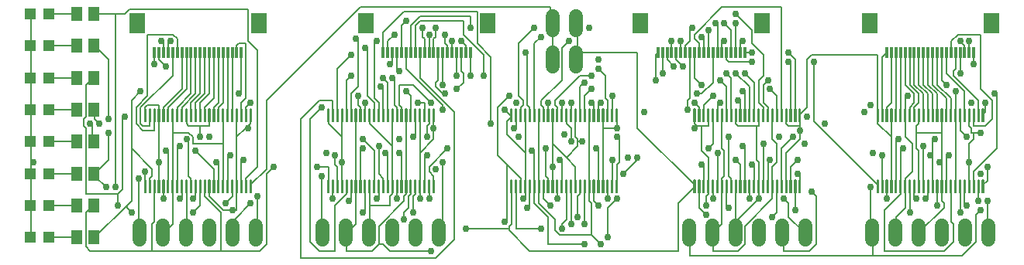
<source format=gbr>
G04 EAGLE Gerber RS-274X export*
G75*
%MOMM*%
%FSLAX34Y34*%
%LPD*%
%INTop Copper*%
%IPPOS*%
%AMOC8*
5,1,8,0,0,1.08239X$1,22.5*%
G01*
%ADD10C,1.524000*%
%ADD11R,1.200000X1.200000*%
%ADD12R,1.300000X1.500000*%
%ADD13C,0.198000*%
%ADD14R,0.300000X1.300000*%
%ADD15R,1.800000X2.200000*%
%ADD16C,0.152400*%
%ADD17C,0.756400*%


D10*
X936500Y32380D02*
X936500Y47620D01*
X961900Y47620D02*
X961900Y32380D01*
X987300Y32380D02*
X987300Y47620D01*
X1012700Y47620D02*
X1012700Y32380D01*
X1038100Y32380D02*
X1038100Y47620D01*
X1063500Y47620D02*
X1063500Y32380D01*
X587300Y222380D02*
X587300Y237620D01*
X612700Y237620D02*
X612700Y222380D01*
X587300Y262380D02*
X587300Y277620D01*
X612700Y277620D02*
X612700Y262380D01*
X336500Y47620D02*
X336500Y32380D01*
X361900Y32380D02*
X361900Y47620D01*
X387300Y47620D02*
X387300Y32380D01*
X412700Y32380D02*
X412700Y47620D01*
X438100Y47620D02*
X438100Y32380D01*
X463500Y32380D02*
X463500Y47620D01*
X136500Y47620D02*
X136500Y32380D01*
X161900Y32380D02*
X161900Y47620D01*
X187300Y47620D02*
X187300Y32380D01*
X212700Y32380D02*
X212700Y47620D01*
X238100Y47620D02*
X238100Y32380D01*
X263500Y32380D02*
X263500Y47620D01*
X736500Y47620D02*
X736500Y32380D01*
X761900Y32380D02*
X761900Y47620D01*
X787300Y47620D02*
X787300Y32380D01*
X812700Y32380D02*
X812700Y47620D01*
X838100Y47620D02*
X838100Y32380D01*
X863500Y32380D02*
X863500Y47620D01*
D11*
X16500Y280000D03*
X37500Y280000D03*
X16500Y245000D03*
X37500Y245000D03*
X16500Y210000D03*
X37500Y210000D03*
X16500Y175000D03*
X37500Y175000D03*
X16500Y140000D03*
X37500Y140000D03*
X16500Y105000D03*
X37500Y105000D03*
X16500Y70000D03*
X37500Y70000D03*
X16500Y35000D03*
X37500Y35000D03*
D12*
X86500Y280000D03*
X67500Y280000D03*
X86500Y245000D03*
X67500Y245000D03*
X86500Y210000D03*
X67500Y210000D03*
X86500Y175000D03*
X67500Y175000D03*
X86500Y140000D03*
X67500Y140000D03*
X86500Y105000D03*
X67500Y105000D03*
X86500Y70000D03*
X67500Y70000D03*
X86500Y35000D03*
X67500Y35000D03*
D13*
X256990Y161990D02*
X258010Y161990D01*
X256990Y161990D02*
X256990Y176010D01*
X258010Y176010D01*
X258010Y161990D01*
X258010Y163871D02*
X256990Y163871D01*
X256990Y165752D02*
X258010Y165752D01*
X258010Y167633D02*
X256990Y167633D01*
X256990Y169514D02*
X258010Y169514D01*
X258010Y171395D02*
X256990Y171395D01*
X256990Y173276D02*
X258010Y173276D01*
X258010Y175157D02*
X256990Y175157D01*
X256990Y83990D02*
X258010Y83990D01*
X256990Y83990D02*
X256990Y98010D01*
X258010Y98010D01*
X258010Y83990D01*
X258010Y85871D02*
X256990Y85871D01*
X256990Y87752D02*
X258010Y87752D01*
X258010Y89633D02*
X256990Y89633D01*
X256990Y91514D02*
X258010Y91514D01*
X258010Y93395D02*
X256990Y93395D01*
X256990Y95276D02*
X258010Y95276D01*
X258010Y97157D02*
X256990Y97157D01*
X253010Y161990D02*
X251990Y161990D01*
X251990Y176010D01*
X253010Y176010D01*
X253010Y161990D01*
X253010Y163871D02*
X251990Y163871D01*
X251990Y165752D02*
X253010Y165752D01*
X253010Y167633D02*
X251990Y167633D01*
X251990Y169514D02*
X253010Y169514D01*
X253010Y171395D02*
X251990Y171395D01*
X251990Y173276D02*
X253010Y173276D01*
X253010Y175157D02*
X251990Y175157D01*
X248010Y161990D02*
X246990Y161990D01*
X246990Y176010D01*
X248010Y176010D01*
X248010Y161990D01*
X248010Y163871D02*
X246990Y163871D01*
X246990Y165752D02*
X248010Y165752D01*
X248010Y167633D02*
X246990Y167633D01*
X246990Y169514D02*
X248010Y169514D01*
X248010Y171395D02*
X246990Y171395D01*
X246990Y173276D02*
X248010Y173276D01*
X248010Y175157D02*
X246990Y175157D01*
X243010Y161990D02*
X241990Y161990D01*
X241990Y176010D01*
X243010Y176010D01*
X243010Y161990D01*
X243010Y163871D02*
X241990Y163871D01*
X241990Y165752D02*
X243010Y165752D01*
X243010Y167633D02*
X241990Y167633D01*
X241990Y169514D02*
X243010Y169514D01*
X243010Y171395D02*
X241990Y171395D01*
X241990Y173276D02*
X243010Y173276D01*
X243010Y175157D02*
X241990Y175157D01*
X238010Y161990D02*
X236990Y161990D01*
X236990Y176010D01*
X238010Y176010D01*
X238010Y161990D01*
X238010Y163871D02*
X236990Y163871D01*
X236990Y165752D02*
X238010Y165752D01*
X238010Y167633D02*
X236990Y167633D01*
X236990Y169514D02*
X238010Y169514D01*
X238010Y171395D02*
X236990Y171395D01*
X236990Y173276D02*
X238010Y173276D01*
X238010Y175157D02*
X236990Y175157D01*
X233010Y161990D02*
X231990Y161990D01*
X231990Y176010D01*
X233010Y176010D01*
X233010Y161990D01*
X233010Y163871D02*
X231990Y163871D01*
X231990Y165752D02*
X233010Y165752D01*
X233010Y167633D02*
X231990Y167633D01*
X231990Y169514D02*
X233010Y169514D01*
X233010Y171395D02*
X231990Y171395D01*
X231990Y173276D02*
X233010Y173276D01*
X233010Y175157D02*
X231990Y175157D01*
X228010Y161990D02*
X226990Y161990D01*
X226990Y176010D01*
X228010Y176010D01*
X228010Y161990D01*
X228010Y163871D02*
X226990Y163871D01*
X226990Y165752D02*
X228010Y165752D01*
X228010Y167633D02*
X226990Y167633D01*
X226990Y169514D02*
X228010Y169514D01*
X228010Y171395D02*
X226990Y171395D01*
X226990Y173276D02*
X228010Y173276D01*
X228010Y175157D02*
X226990Y175157D01*
X223010Y161990D02*
X221990Y161990D01*
X221990Y176010D01*
X223010Y176010D01*
X223010Y161990D01*
X223010Y163871D02*
X221990Y163871D01*
X221990Y165752D02*
X223010Y165752D01*
X223010Y167633D02*
X221990Y167633D01*
X221990Y169514D02*
X223010Y169514D01*
X223010Y171395D02*
X221990Y171395D01*
X221990Y173276D02*
X223010Y173276D01*
X223010Y175157D02*
X221990Y175157D01*
X218010Y161990D02*
X216990Y161990D01*
X216990Y176010D01*
X218010Y176010D01*
X218010Y161990D01*
X218010Y163871D02*
X216990Y163871D01*
X216990Y165752D02*
X218010Y165752D01*
X218010Y167633D02*
X216990Y167633D01*
X216990Y169514D02*
X218010Y169514D01*
X218010Y171395D02*
X216990Y171395D01*
X216990Y173276D02*
X218010Y173276D01*
X218010Y175157D02*
X216990Y175157D01*
X213010Y161990D02*
X211990Y161990D01*
X211990Y176010D01*
X213010Y176010D01*
X213010Y161990D01*
X213010Y163871D02*
X211990Y163871D01*
X211990Y165752D02*
X213010Y165752D01*
X213010Y167633D02*
X211990Y167633D01*
X211990Y169514D02*
X213010Y169514D01*
X213010Y171395D02*
X211990Y171395D01*
X211990Y173276D02*
X213010Y173276D01*
X213010Y175157D02*
X211990Y175157D01*
X208010Y161990D02*
X206990Y161990D01*
X206990Y176010D01*
X208010Y176010D01*
X208010Y161990D01*
X208010Y163871D02*
X206990Y163871D01*
X206990Y165752D02*
X208010Y165752D01*
X208010Y167633D02*
X206990Y167633D01*
X206990Y169514D02*
X208010Y169514D01*
X208010Y171395D02*
X206990Y171395D01*
X206990Y173276D02*
X208010Y173276D01*
X208010Y175157D02*
X206990Y175157D01*
X203010Y161990D02*
X201990Y161990D01*
X201990Y176010D01*
X203010Y176010D01*
X203010Y161990D01*
X203010Y163871D02*
X201990Y163871D01*
X201990Y165752D02*
X203010Y165752D01*
X203010Y167633D02*
X201990Y167633D01*
X201990Y169514D02*
X203010Y169514D01*
X203010Y171395D02*
X201990Y171395D01*
X201990Y173276D02*
X203010Y173276D01*
X203010Y175157D02*
X201990Y175157D01*
X198010Y161990D02*
X196990Y161990D01*
X196990Y176010D01*
X198010Y176010D01*
X198010Y161990D01*
X198010Y163871D02*
X196990Y163871D01*
X196990Y165752D02*
X198010Y165752D01*
X198010Y167633D02*
X196990Y167633D01*
X196990Y169514D02*
X198010Y169514D01*
X198010Y171395D02*
X196990Y171395D01*
X196990Y173276D02*
X198010Y173276D01*
X198010Y175157D02*
X196990Y175157D01*
X193010Y161990D02*
X191990Y161990D01*
X191990Y176010D01*
X193010Y176010D01*
X193010Y161990D01*
X193010Y163871D02*
X191990Y163871D01*
X191990Y165752D02*
X193010Y165752D01*
X193010Y167633D02*
X191990Y167633D01*
X191990Y169514D02*
X193010Y169514D01*
X193010Y171395D02*
X191990Y171395D01*
X191990Y173276D02*
X193010Y173276D01*
X193010Y175157D02*
X191990Y175157D01*
X188010Y161990D02*
X186990Y161990D01*
X186990Y176010D01*
X188010Y176010D01*
X188010Y161990D01*
X188010Y163871D02*
X186990Y163871D01*
X186990Y165752D02*
X188010Y165752D01*
X188010Y167633D02*
X186990Y167633D01*
X186990Y169514D02*
X188010Y169514D01*
X188010Y171395D02*
X186990Y171395D01*
X186990Y173276D02*
X188010Y173276D01*
X188010Y175157D02*
X186990Y175157D01*
X183010Y161990D02*
X181990Y161990D01*
X181990Y176010D01*
X183010Y176010D01*
X183010Y161990D01*
X183010Y163871D02*
X181990Y163871D01*
X181990Y165752D02*
X183010Y165752D01*
X183010Y167633D02*
X181990Y167633D01*
X181990Y169514D02*
X183010Y169514D01*
X183010Y171395D02*
X181990Y171395D01*
X181990Y173276D02*
X183010Y173276D01*
X183010Y175157D02*
X181990Y175157D01*
X178010Y161990D02*
X176990Y161990D01*
X176990Y176010D01*
X178010Y176010D01*
X178010Y161990D01*
X178010Y163871D02*
X176990Y163871D01*
X176990Y165752D02*
X178010Y165752D01*
X178010Y167633D02*
X176990Y167633D01*
X176990Y169514D02*
X178010Y169514D01*
X178010Y171395D02*
X176990Y171395D01*
X176990Y173276D02*
X178010Y173276D01*
X178010Y175157D02*
X176990Y175157D01*
X173010Y161990D02*
X171990Y161990D01*
X171990Y176010D01*
X173010Y176010D01*
X173010Y161990D01*
X173010Y163871D02*
X171990Y163871D01*
X171990Y165752D02*
X173010Y165752D01*
X173010Y167633D02*
X171990Y167633D01*
X171990Y169514D02*
X173010Y169514D01*
X173010Y171395D02*
X171990Y171395D01*
X171990Y173276D02*
X173010Y173276D01*
X173010Y175157D02*
X171990Y175157D01*
X168010Y161990D02*
X166990Y161990D01*
X166990Y176010D01*
X168010Y176010D01*
X168010Y161990D01*
X168010Y163871D02*
X166990Y163871D01*
X166990Y165752D02*
X168010Y165752D01*
X168010Y167633D02*
X166990Y167633D01*
X166990Y169514D02*
X168010Y169514D01*
X168010Y171395D02*
X166990Y171395D01*
X166990Y173276D02*
X168010Y173276D01*
X168010Y175157D02*
X166990Y175157D01*
X163010Y161990D02*
X161990Y161990D01*
X161990Y176010D01*
X163010Y176010D01*
X163010Y161990D01*
X163010Y163871D02*
X161990Y163871D01*
X161990Y165752D02*
X163010Y165752D01*
X163010Y167633D02*
X161990Y167633D01*
X161990Y169514D02*
X163010Y169514D01*
X163010Y171395D02*
X161990Y171395D01*
X161990Y173276D02*
X163010Y173276D01*
X163010Y175157D02*
X161990Y175157D01*
X158010Y161990D02*
X156990Y161990D01*
X156990Y176010D01*
X158010Y176010D01*
X158010Y161990D01*
X158010Y163871D02*
X156990Y163871D01*
X156990Y165752D02*
X158010Y165752D01*
X158010Y167633D02*
X156990Y167633D01*
X156990Y169514D02*
X158010Y169514D01*
X158010Y171395D02*
X156990Y171395D01*
X156990Y173276D02*
X158010Y173276D01*
X158010Y175157D02*
X156990Y175157D01*
X153010Y161990D02*
X151990Y161990D01*
X151990Y176010D01*
X153010Y176010D01*
X153010Y161990D01*
X153010Y163871D02*
X151990Y163871D01*
X151990Y165752D02*
X153010Y165752D01*
X153010Y167633D02*
X151990Y167633D01*
X151990Y169514D02*
X153010Y169514D01*
X153010Y171395D02*
X151990Y171395D01*
X151990Y173276D02*
X153010Y173276D01*
X153010Y175157D02*
X151990Y175157D01*
X148010Y161990D02*
X146990Y161990D01*
X146990Y176010D01*
X148010Y176010D01*
X148010Y161990D01*
X148010Y163871D02*
X146990Y163871D01*
X146990Y165752D02*
X148010Y165752D01*
X148010Y167633D02*
X146990Y167633D01*
X146990Y169514D02*
X148010Y169514D01*
X148010Y171395D02*
X146990Y171395D01*
X146990Y173276D02*
X148010Y173276D01*
X148010Y175157D02*
X146990Y175157D01*
X143010Y161990D02*
X141990Y161990D01*
X141990Y176010D01*
X143010Y176010D01*
X143010Y161990D01*
X143010Y163871D02*
X141990Y163871D01*
X141990Y165752D02*
X143010Y165752D01*
X143010Y167633D02*
X141990Y167633D01*
X141990Y169514D02*
X143010Y169514D01*
X143010Y171395D02*
X141990Y171395D01*
X141990Y173276D02*
X143010Y173276D01*
X143010Y175157D02*
X141990Y175157D01*
X251990Y83990D02*
X253010Y83990D01*
X251990Y83990D02*
X251990Y98010D01*
X253010Y98010D01*
X253010Y83990D01*
X253010Y85871D02*
X251990Y85871D01*
X251990Y87752D02*
X253010Y87752D01*
X253010Y89633D02*
X251990Y89633D01*
X251990Y91514D02*
X253010Y91514D01*
X253010Y93395D02*
X251990Y93395D01*
X251990Y95276D02*
X253010Y95276D01*
X253010Y97157D02*
X251990Y97157D01*
X248010Y83990D02*
X246990Y83990D01*
X246990Y98010D01*
X248010Y98010D01*
X248010Y83990D01*
X248010Y85871D02*
X246990Y85871D01*
X246990Y87752D02*
X248010Y87752D01*
X248010Y89633D02*
X246990Y89633D01*
X246990Y91514D02*
X248010Y91514D01*
X248010Y93395D02*
X246990Y93395D01*
X246990Y95276D02*
X248010Y95276D01*
X248010Y97157D02*
X246990Y97157D01*
X243010Y83990D02*
X241990Y83990D01*
X241990Y98010D01*
X243010Y98010D01*
X243010Y83990D01*
X243010Y85871D02*
X241990Y85871D01*
X241990Y87752D02*
X243010Y87752D01*
X243010Y89633D02*
X241990Y89633D01*
X241990Y91514D02*
X243010Y91514D01*
X243010Y93395D02*
X241990Y93395D01*
X241990Y95276D02*
X243010Y95276D01*
X243010Y97157D02*
X241990Y97157D01*
X238010Y83990D02*
X236990Y83990D01*
X236990Y98010D01*
X238010Y98010D01*
X238010Y83990D01*
X238010Y85871D02*
X236990Y85871D01*
X236990Y87752D02*
X238010Y87752D01*
X238010Y89633D02*
X236990Y89633D01*
X236990Y91514D02*
X238010Y91514D01*
X238010Y93395D02*
X236990Y93395D01*
X236990Y95276D02*
X238010Y95276D01*
X238010Y97157D02*
X236990Y97157D01*
X233010Y83990D02*
X231990Y83990D01*
X231990Y98010D01*
X233010Y98010D01*
X233010Y83990D01*
X233010Y85871D02*
X231990Y85871D01*
X231990Y87752D02*
X233010Y87752D01*
X233010Y89633D02*
X231990Y89633D01*
X231990Y91514D02*
X233010Y91514D01*
X233010Y93395D02*
X231990Y93395D01*
X231990Y95276D02*
X233010Y95276D01*
X233010Y97157D02*
X231990Y97157D01*
X228010Y83990D02*
X226990Y83990D01*
X226990Y98010D01*
X228010Y98010D01*
X228010Y83990D01*
X228010Y85871D02*
X226990Y85871D01*
X226990Y87752D02*
X228010Y87752D01*
X228010Y89633D02*
X226990Y89633D01*
X226990Y91514D02*
X228010Y91514D01*
X228010Y93395D02*
X226990Y93395D01*
X226990Y95276D02*
X228010Y95276D01*
X228010Y97157D02*
X226990Y97157D01*
X223010Y83990D02*
X221990Y83990D01*
X221990Y98010D01*
X223010Y98010D01*
X223010Y83990D01*
X223010Y85871D02*
X221990Y85871D01*
X221990Y87752D02*
X223010Y87752D01*
X223010Y89633D02*
X221990Y89633D01*
X221990Y91514D02*
X223010Y91514D01*
X223010Y93395D02*
X221990Y93395D01*
X221990Y95276D02*
X223010Y95276D01*
X223010Y97157D02*
X221990Y97157D01*
X218010Y83990D02*
X216990Y83990D01*
X216990Y98010D01*
X218010Y98010D01*
X218010Y83990D01*
X218010Y85871D02*
X216990Y85871D01*
X216990Y87752D02*
X218010Y87752D01*
X218010Y89633D02*
X216990Y89633D01*
X216990Y91514D02*
X218010Y91514D01*
X218010Y93395D02*
X216990Y93395D01*
X216990Y95276D02*
X218010Y95276D01*
X218010Y97157D02*
X216990Y97157D01*
X213010Y83990D02*
X211990Y83990D01*
X211990Y98010D01*
X213010Y98010D01*
X213010Y83990D01*
X213010Y85871D02*
X211990Y85871D01*
X211990Y87752D02*
X213010Y87752D01*
X213010Y89633D02*
X211990Y89633D01*
X211990Y91514D02*
X213010Y91514D01*
X213010Y93395D02*
X211990Y93395D01*
X211990Y95276D02*
X213010Y95276D01*
X213010Y97157D02*
X211990Y97157D01*
X208010Y83990D02*
X206990Y83990D01*
X206990Y98010D01*
X208010Y98010D01*
X208010Y83990D01*
X208010Y85871D02*
X206990Y85871D01*
X206990Y87752D02*
X208010Y87752D01*
X208010Y89633D02*
X206990Y89633D01*
X206990Y91514D02*
X208010Y91514D01*
X208010Y93395D02*
X206990Y93395D01*
X206990Y95276D02*
X208010Y95276D01*
X208010Y97157D02*
X206990Y97157D01*
X203010Y83990D02*
X201990Y83990D01*
X201990Y98010D01*
X203010Y98010D01*
X203010Y83990D01*
X203010Y85871D02*
X201990Y85871D01*
X201990Y87752D02*
X203010Y87752D01*
X203010Y89633D02*
X201990Y89633D01*
X201990Y91514D02*
X203010Y91514D01*
X203010Y93395D02*
X201990Y93395D01*
X201990Y95276D02*
X203010Y95276D01*
X203010Y97157D02*
X201990Y97157D01*
X198010Y83990D02*
X196990Y83990D01*
X196990Y98010D01*
X198010Y98010D01*
X198010Y83990D01*
X198010Y85871D02*
X196990Y85871D01*
X196990Y87752D02*
X198010Y87752D01*
X198010Y89633D02*
X196990Y89633D01*
X196990Y91514D02*
X198010Y91514D01*
X198010Y93395D02*
X196990Y93395D01*
X196990Y95276D02*
X198010Y95276D01*
X198010Y97157D02*
X196990Y97157D01*
X193010Y83990D02*
X191990Y83990D01*
X191990Y98010D01*
X193010Y98010D01*
X193010Y83990D01*
X193010Y85871D02*
X191990Y85871D01*
X191990Y87752D02*
X193010Y87752D01*
X193010Y89633D02*
X191990Y89633D01*
X191990Y91514D02*
X193010Y91514D01*
X193010Y93395D02*
X191990Y93395D01*
X191990Y95276D02*
X193010Y95276D01*
X193010Y97157D02*
X191990Y97157D01*
X188010Y83990D02*
X186990Y83990D01*
X186990Y98010D01*
X188010Y98010D01*
X188010Y83990D01*
X188010Y85871D02*
X186990Y85871D01*
X186990Y87752D02*
X188010Y87752D01*
X188010Y89633D02*
X186990Y89633D01*
X186990Y91514D02*
X188010Y91514D01*
X188010Y93395D02*
X186990Y93395D01*
X186990Y95276D02*
X188010Y95276D01*
X188010Y97157D02*
X186990Y97157D01*
X183010Y83990D02*
X181990Y83990D01*
X181990Y98010D01*
X183010Y98010D01*
X183010Y83990D01*
X183010Y85871D02*
X181990Y85871D01*
X181990Y87752D02*
X183010Y87752D01*
X183010Y89633D02*
X181990Y89633D01*
X181990Y91514D02*
X183010Y91514D01*
X183010Y93395D02*
X181990Y93395D01*
X181990Y95276D02*
X183010Y95276D01*
X183010Y97157D02*
X181990Y97157D01*
X178010Y83990D02*
X176990Y83990D01*
X176990Y98010D01*
X178010Y98010D01*
X178010Y83990D01*
X178010Y85871D02*
X176990Y85871D01*
X176990Y87752D02*
X178010Y87752D01*
X178010Y89633D02*
X176990Y89633D01*
X176990Y91514D02*
X178010Y91514D01*
X178010Y93395D02*
X176990Y93395D01*
X176990Y95276D02*
X178010Y95276D01*
X178010Y97157D02*
X176990Y97157D01*
X173010Y83990D02*
X171990Y83990D01*
X171990Y98010D01*
X173010Y98010D01*
X173010Y83990D01*
X173010Y85871D02*
X171990Y85871D01*
X171990Y87752D02*
X173010Y87752D01*
X173010Y89633D02*
X171990Y89633D01*
X171990Y91514D02*
X173010Y91514D01*
X173010Y93395D02*
X171990Y93395D01*
X171990Y95276D02*
X173010Y95276D01*
X173010Y97157D02*
X171990Y97157D01*
X168010Y83990D02*
X166990Y83990D01*
X166990Y98010D01*
X168010Y98010D01*
X168010Y83990D01*
X168010Y85871D02*
X166990Y85871D01*
X166990Y87752D02*
X168010Y87752D01*
X168010Y89633D02*
X166990Y89633D01*
X166990Y91514D02*
X168010Y91514D01*
X168010Y93395D02*
X166990Y93395D01*
X166990Y95276D02*
X168010Y95276D01*
X168010Y97157D02*
X166990Y97157D01*
X163010Y83990D02*
X161990Y83990D01*
X161990Y98010D01*
X163010Y98010D01*
X163010Y83990D01*
X163010Y85871D02*
X161990Y85871D01*
X161990Y87752D02*
X163010Y87752D01*
X163010Y89633D02*
X161990Y89633D01*
X161990Y91514D02*
X163010Y91514D01*
X163010Y93395D02*
X161990Y93395D01*
X161990Y95276D02*
X163010Y95276D01*
X163010Y97157D02*
X161990Y97157D01*
X158010Y83990D02*
X156990Y83990D01*
X156990Y98010D01*
X158010Y98010D01*
X158010Y83990D01*
X158010Y85871D02*
X156990Y85871D01*
X156990Y87752D02*
X158010Y87752D01*
X158010Y89633D02*
X156990Y89633D01*
X156990Y91514D02*
X158010Y91514D01*
X158010Y93395D02*
X156990Y93395D01*
X156990Y95276D02*
X158010Y95276D01*
X158010Y97157D02*
X156990Y97157D01*
X153010Y83990D02*
X151990Y83990D01*
X151990Y98010D01*
X153010Y98010D01*
X153010Y83990D01*
X153010Y85871D02*
X151990Y85871D01*
X151990Y87752D02*
X153010Y87752D01*
X153010Y89633D02*
X151990Y89633D01*
X151990Y91514D02*
X153010Y91514D01*
X153010Y93395D02*
X151990Y93395D01*
X151990Y95276D02*
X153010Y95276D01*
X153010Y97157D02*
X151990Y97157D01*
X148010Y83990D02*
X146990Y83990D01*
X146990Y98010D01*
X148010Y98010D01*
X148010Y83990D01*
X148010Y85871D02*
X146990Y85871D01*
X146990Y87752D02*
X148010Y87752D01*
X148010Y89633D02*
X146990Y89633D01*
X146990Y91514D02*
X148010Y91514D01*
X148010Y93395D02*
X146990Y93395D01*
X146990Y95276D02*
X148010Y95276D01*
X148010Y97157D02*
X146990Y97157D01*
X143010Y83990D02*
X141990Y83990D01*
X141990Y98010D01*
X143010Y98010D01*
X143010Y83990D01*
X143010Y85871D02*
X141990Y85871D01*
X141990Y87752D02*
X143010Y87752D01*
X143010Y89633D02*
X141990Y89633D01*
X141990Y91514D02*
X143010Y91514D01*
X143010Y93395D02*
X141990Y93395D01*
X141990Y95276D02*
X143010Y95276D01*
X143010Y97157D02*
X141990Y97157D01*
X456990Y161990D02*
X458010Y161990D01*
X456990Y161990D02*
X456990Y176010D01*
X458010Y176010D01*
X458010Y161990D01*
X458010Y163871D02*
X456990Y163871D01*
X456990Y165752D02*
X458010Y165752D01*
X458010Y167633D02*
X456990Y167633D01*
X456990Y169514D02*
X458010Y169514D01*
X458010Y171395D02*
X456990Y171395D01*
X456990Y173276D02*
X458010Y173276D01*
X458010Y175157D02*
X456990Y175157D01*
X456990Y83990D02*
X458010Y83990D01*
X456990Y83990D02*
X456990Y98010D01*
X458010Y98010D01*
X458010Y83990D01*
X458010Y85871D02*
X456990Y85871D01*
X456990Y87752D02*
X458010Y87752D01*
X458010Y89633D02*
X456990Y89633D01*
X456990Y91514D02*
X458010Y91514D01*
X458010Y93395D02*
X456990Y93395D01*
X456990Y95276D02*
X458010Y95276D01*
X458010Y97157D02*
X456990Y97157D01*
X453010Y161990D02*
X451990Y161990D01*
X451990Y176010D01*
X453010Y176010D01*
X453010Y161990D01*
X453010Y163871D02*
X451990Y163871D01*
X451990Y165752D02*
X453010Y165752D01*
X453010Y167633D02*
X451990Y167633D01*
X451990Y169514D02*
X453010Y169514D01*
X453010Y171395D02*
X451990Y171395D01*
X451990Y173276D02*
X453010Y173276D01*
X453010Y175157D02*
X451990Y175157D01*
X448010Y161990D02*
X446990Y161990D01*
X446990Y176010D01*
X448010Y176010D01*
X448010Y161990D01*
X448010Y163871D02*
X446990Y163871D01*
X446990Y165752D02*
X448010Y165752D01*
X448010Y167633D02*
X446990Y167633D01*
X446990Y169514D02*
X448010Y169514D01*
X448010Y171395D02*
X446990Y171395D01*
X446990Y173276D02*
X448010Y173276D01*
X448010Y175157D02*
X446990Y175157D01*
X443010Y161990D02*
X441990Y161990D01*
X441990Y176010D01*
X443010Y176010D01*
X443010Y161990D01*
X443010Y163871D02*
X441990Y163871D01*
X441990Y165752D02*
X443010Y165752D01*
X443010Y167633D02*
X441990Y167633D01*
X441990Y169514D02*
X443010Y169514D01*
X443010Y171395D02*
X441990Y171395D01*
X441990Y173276D02*
X443010Y173276D01*
X443010Y175157D02*
X441990Y175157D01*
X438010Y161990D02*
X436990Y161990D01*
X436990Y176010D01*
X438010Y176010D01*
X438010Y161990D01*
X438010Y163871D02*
X436990Y163871D01*
X436990Y165752D02*
X438010Y165752D01*
X438010Y167633D02*
X436990Y167633D01*
X436990Y169514D02*
X438010Y169514D01*
X438010Y171395D02*
X436990Y171395D01*
X436990Y173276D02*
X438010Y173276D01*
X438010Y175157D02*
X436990Y175157D01*
X433010Y161990D02*
X431990Y161990D01*
X431990Y176010D01*
X433010Y176010D01*
X433010Y161990D01*
X433010Y163871D02*
X431990Y163871D01*
X431990Y165752D02*
X433010Y165752D01*
X433010Y167633D02*
X431990Y167633D01*
X431990Y169514D02*
X433010Y169514D01*
X433010Y171395D02*
X431990Y171395D01*
X431990Y173276D02*
X433010Y173276D01*
X433010Y175157D02*
X431990Y175157D01*
X428010Y161990D02*
X426990Y161990D01*
X426990Y176010D01*
X428010Y176010D01*
X428010Y161990D01*
X428010Y163871D02*
X426990Y163871D01*
X426990Y165752D02*
X428010Y165752D01*
X428010Y167633D02*
X426990Y167633D01*
X426990Y169514D02*
X428010Y169514D01*
X428010Y171395D02*
X426990Y171395D01*
X426990Y173276D02*
X428010Y173276D01*
X428010Y175157D02*
X426990Y175157D01*
X423010Y161990D02*
X421990Y161990D01*
X421990Y176010D01*
X423010Y176010D01*
X423010Y161990D01*
X423010Y163871D02*
X421990Y163871D01*
X421990Y165752D02*
X423010Y165752D01*
X423010Y167633D02*
X421990Y167633D01*
X421990Y169514D02*
X423010Y169514D01*
X423010Y171395D02*
X421990Y171395D01*
X421990Y173276D02*
X423010Y173276D01*
X423010Y175157D02*
X421990Y175157D01*
X418010Y161990D02*
X416990Y161990D01*
X416990Y176010D01*
X418010Y176010D01*
X418010Y161990D01*
X418010Y163871D02*
X416990Y163871D01*
X416990Y165752D02*
X418010Y165752D01*
X418010Y167633D02*
X416990Y167633D01*
X416990Y169514D02*
X418010Y169514D01*
X418010Y171395D02*
X416990Y171395D01*
X416990Y173276D02*
X418010Y173276D01*
X418010Y175157D02*
X416990Y175157D01*
X413010Y161990D02*
X411990Y161990D01*
X411990Y176010D01*
X413010Y176010D01*
X413010Y161990D01*
X413010Y163871D02*
X411990Y163871D01*
X411990Y165752D02*
X413010Y165752D01*
X413010Y167633D02*
X411990Y167633D01*
X411990Y169514D02*
X413010Y169514D01*
X413010Y171395D02*
X411990Y171395D01*
X411990Y173276D02*
X413010Y173276D01*
X413010Y175157D02*
X411990Y175157D01*
X408010Y161990D02*
X406990Y161990D01*
X406990Y176010D01*
X408010Y176010D01*
X408010Y161990D01*
X408010Y163871D02*
X406990Y163871D01*
X406990Y165752D02*
X408010Y165752D01*
X408010Y167633D02*
X406990Y167633D01*
X406990Y169514D02*
X408010Y169514D01*
X408010Y171395D02*
X406990Y171395D01*
X406990Y173276D02*
X408010Y173276D01*
X408010Y175157D02*
X406990Y175157D01*
X403010Y161990D02*
X401990Y161990D01*
X401990Y176010D01*
X403010Y176010D01*
X403010Y161990D01*
X403010Y163871D02*
X401990Y163871D01*
X401990Y165752D02*
X403010Y165752D01*
X403010Y167633D02*
X401990Y167633D01*
X401990Y169514D02*
X403010Y169514D01*
X403010Y171395D02*
X401990Y171395D01*
X401990Y173276D02*
X403010Y173276D01*
X403010Y175157D02*
X401990Y175157D01*
X398010Y161990D02*
X396990Y161990D01*
X396990Y176010D01*
X398010Y176010D01*
X398010Y161990D01*
X398010Y163871D02*
X396990Y163871D01*
X396990Y165752D02*
X398010Y165752D01*
X398010Y167633D02*
X396990Y167633D01*
X396990Y169514D02*
X398010Y169514D01*
X398010Y171395D02*
X396990Y171395D01*
X396990Y173276D02*
X398010Y173276D01*
X398010Y175157D02*
X396990Y175157D01*
X393010Y161990D02*
X391990Y161990D01*
X391990Y176010D01*
X393010Y176010D01*
X393010Y161990D01*
X393010Y163871D02*
X391990Y163871D01*
X391990Y165752D02*
X393010Y165752D01*
X393010Y167633D02*
X391990Y167633D01*
X391990Y169514D02*
X393010Y169514D01*
X393010Y171395D02*
X391990Y171395D01*
X391990Y173276D02*
X393010Y173276D01*
X393010Y175157D02*
X391990Y175157D01*
X388010Y161990D02*
X386990Y161990D01*
X386990Y176010D01*
X388010Y176010D01*
X388010Y161990D01*
X388010Y163871D02*
X386990Y163871D01*
X386990Y165752D02*
X388010Y165752D01*
X388010Y167633D02*
X386990Y167633D01*
X386990Y169514D02*
X388010Y169514D01*
X388010Y171395D02*
X386990Y171395D01*
X386990Y173276D02*
X388010Y173276D01*
X388010Y175157D02*
X386990Y175157D01*
X383010Y161990D02*
X381990Y161990D01*
X381990Y176010D01*
X383010Y176010D01*
X383010Y161990D01*
X383010Y163871D02*
X381990Y163871D01*
X381990Y165752D02*
X383010Y165752D01*
X383010Y167633D02*
X381990Y167633D01*
X381990Y169514D02*
X383010Y169514D01*
X383010Y171395D02*
X381990Y171395D01*
X381990Y173276D02*
X383010Y173276D01*
X383010Y175157D02*
X381990Y175157D01*
X378010Y161990D02*
X376990Y161990D01*
X376990Y176010D01*
X378010Y176010D01*
X378010Y161990D01*
X378010Y163871D02*
X376990Y163871D01*
X376990Y165752D02*
X378010Y165752D01*
X378010Y167633D02*
X376990Y167633D01*
X376990Y169514D02*
X378010Y169514D01*
X378010Y171395D02*
X376990Y171395D01*
X376990Y173276D02*
X378010Y173276D01*
X378010Y175157D02*
X376990Y175157D01*
X373010Y161990D02*
X371990Y161990D01*
X371990Y176010D01*
X373010Y176010D01*
X373010Y161990D01*
X373010Y163871D02*
X371990Y163871D01*
X371990Y165752D02*
X373010Y165752D01*
X373010Y167633D02*
X371990Y167633D01*
X371990Y169514D02*
X373010Y169514D01*
X373010Y171395D02*
X371990Y171395D01*
X371990Y173276D02*
X373010Y173276D01*
X373010Y175157D02*
X371990Y175157D01*
X368010Y161990D02*
X366990Y161990D01*
X366990Y176010D01*
X368010Y176010D01*
X368010Y161990D01*
X368010Y163871D02*
X366990Y163871D01*
X366990Y165752D02*
X368010Y165752D01*
X368010Y167633D02*
X366990Y167633D01*
X366990Y169514D02*
X368010Y169514D01*
X368010Y171395D02*
X366990Y171395D01*
X366990Y173276D02*
X368010Y173276D01*
X368010Y175157D02*
X366990Y175157D01*
X363010Y161990D02*
X361990Y161990D01*
X361990Y176010D01*
X363010Y176010D01*
X363010Y161990D01*
X363010Y163871D02*
X361990Y163871D01*
X361990Y165752D02*
X363010Y165752D01*
X363010Y167633D02*
X361990Y167633D01*
X361990Y169514D02*
X363010Y169514D01*
X363010Y171395D02*
X361990Y171395D01*
X361990Y173276D02*
X363010Y173276D01*
X363010Y175157D02*
X361990Y175157D01*
X358010Y161990D02*
X356990Y161990D01*
X356990Y176010D01*
X358010Y176010D01*
X358010Y161990D01*
X358010Y163871D02*
X356990Y163871D01*
X356990Y165752D02*
X358010Y165752D01*
X358010Y167633D02*
X356990Y167633D01*
X356990Y169514D02*
X358010Y169514D01*
X358010Y171395D02*
X356990Y171395D01*
X356990Y173276D02*
X358010Y173276D01*
X358010Y175157D02*
X356990Y175157D01*
X353010Y161990D02*
X351990Y161990D01*
X351990Y176010D01*
X353010Y176010D01*
X353010Y161990D01*
X353010Y163871D02*
X351990Y163871D01*
X351990Y165752D02*
X353010Y165752D01*
X353010Y167633D02*
X351990Y167633D01*
X351990Y169514D02*
X353010Y169514D01*
X353010Y171395D02*
X351990Y171395D01*
X351990Y173276D02*
X353010Y173276D01*
X353010Y175157D02*
X351990Y175157D01*
X348010Y161990D02*
X346990Y161990D01*
X346990Y176010D01*
X348010Y176010D01*
X348010Y161990D01*
X348010Y163871D02*
X346990Y163871D01*
X346990Y165752D02*
X348010Y165752D01*
X348010Y167633D02*
X346990Y167633D01*
X346990Y169514D02*
X348010Y169514D01*
X348010Y171395D02*
X346990Y171395D01*
X346990Y173276D02*
X348010Y173276D01*
X348010Y175157D02*
X346990Y175157D01*
X343010Y161990D02*
X341990Y161990D01*
X341990Y176010D01*
X343010Y176010D01*
X343010Y161990D01*
X343010Y163871D02*
X341990Y163871D01*
X341990Y165752D02*
X343010Y165752D01*
X343010Y167633D02*
X341990Y167633D01*
X341990Y169514D02*
X343010Y169514D01*
X343010Y171395D02*
X341990Y171395D01*
X341990Y173276D02*
X343010Y173276D01*
X343010Y175157D02*
X341990Y175157D01*
X451990Y83990D02*
X453010Y83990D01*
X451990Y83990D02*
X451990Y98010D01*
X453010Y98010D01*
X453010Y83990D01*
X453010Y85871D02*
X451990Y85871D01*
X451990Y87752D02*
X453010Y87752D01*
X453010Y89633D02*
X451990Y89633D01*
X451990Y91514D02*
X453010Y91514D01*
X453010Y93395D02*
X451990Y93395D01*
X451990Y95276D02*
X453010Y95276D01*
X453010Y97157D02*
X451990Y97157D01*
X448010Y83990D02*
X446990Y83990D01*
X446990Y98010D01*
X448010Y98010D01*
X448010Y83990D01*
X448010Y85871D02*
X446990Y85871D01*
X446990Y87752D02*
X448010Y87752D01*
X448010Y89633D02*
X446990Y89633D01*
X446990Y91514D02*
X448010Y91514D01*
X448010Y93395D02*
X446990Y93395D01*
X446990Y95276D02*
X448010Y95276D01*
X448010Y97157D02*
X446990Y97157D01*
X443010Y83990D02*
X441990Y83990D01*
X441990Y98010D01*
X443010Y98010D01*
X443010Y83990D01*
X443010Y85871D02*
X441990Y85871D01*
X441990Y87752D02*
X443010Y87752D01*
X443010Y89633D02*
X441990Y89633D01*
X441990Y91514D02*
X443010Y91514D01*
X443010Y93395D02*
X441990Y93395D01*
X441990Y95276D02*
X443010Y95276D01*
X443010Y97157D02*
X441990Y97157D01*
X438010Y83990D02*
X436990Y83990D01*
X436990Y98010D01*
X438010Y98010D01*
X438010Y83990D01*
X438010Y85871D02*
X436990Y85871D01*
X436990Y87752D02*
X438010Y87752D01*
X438010Y89633D02*
X436990Y89633D01*
X436990Y91514D02*
X438010Y91514D01*
X438010Y93395D02*
X436990Y93395D01*
X436990Y95276D02*
X438010Y95276D01*
X438010Y97157D02*
X436990Y97157D01*
X433010Y83990D02*
X431990Y83990D01*
X431990Y98010D01*
X433010Y98010D01*
X433010Y83990D01*
X433010Y85871D02*
X431990Y85871D01*
X431990Y87752D02*
X433010Y87752D01*
X433010Y89633D02*
X431990Y89633D01*
X431990Y91514D02*
X433010Y91514D01*
X433010Y93395D02*
X431990Y93395D01*
X431990Y95276D02*
X433010Y95276D01*
X433010Y97157D02*
X431990Y97157D01*
X428010Y83990D02*
X426990Y83990D01*
X426990Y98010D01*
X428010Y98010D01*
X428010Y83990D01*
X428010Y85871D02*
X426990Y85871D01*
X426990Y87752D02*
X428010Y87752D01*
X428010Y89633D02*
X426990Y89633D01*
X426990Y91514D02*
X428010Y91514D01*
X428010Y93395D02*
X426990Y93395D01*
X426990Y95276D02*
X428010Y95276D01*
X428010Y97157D02*
X426990Y97157D01*
X423010Y83990D02*
X421990Y83990D01*
X421990Y98010D01*
X423010Y98010D01*
X423010Y83990D01*
X423010Y85871D02*
X421990Y85871D01*
X421990Y87752D02*
X423010Y87752D01*
X423010Y89633D02*
X421990Y89633D01*
X421990Y91514D02*
X423010Y91514D01*
X423010Y93395D02*
X421990Y93395D01*
X421990Y95276D02*
X423010Y95276D01*
X423010Y97157D02*
X421990Y97157D01*
X418010Y83990D02*
X416990Y83990D01*
X416990Y98010D01*
X418010Y98010D01*
X418010Y83990D01*
X418010Y85871D02*
X416990Y85871D01*
X416990Y87752D02*
X418010Y87752D01*
X418010Y89633D02*
X416990Y89633D01*
X416990Y91514D02*
X418010Y91514D01*
X418010Y93395D02*
X416990Y93395D01*
X416990Y95276D02*
X418010Y95276D01*
X418010Y97157D02*
X416990Y97157D01*
X413010Y83990D02*
X411990Y83990D01*
X411990Y98010D01*
X413010Y98010D01*
X413010Y83990D01*
X413010Y85871D02*
X411990Y85871D01*
X411990Y87752D02*
X413010Y87752D01*
X413010Y89633D02*
X411990Y89633D01*
X411990Y91514D02*
X413010Y91514D01*
X413010Y93395D02*
X411990Y93395D01*
X411990Y95276D02*
X413010Y95276D01*
X413010Y97157D02*
X411990Y97157D01*
X408010Y83990D02*
X406990Y83990D01*
X406990Y98010D01*
X408010Y98010D01*
X408010Y83990D01*
X408010Y85871D02*
X406990Y85871D01*
X406990Y87752D02*
X408010Y87752D01*
X408010Y89633D02*
X406990Y89633D01*
X406990Y91514D02*
X408010Y91514D01*
X408010Y93395D02*
X406990Y93395D01*
X406990Y95276D02*
X408010Y95276D01*
X408010Y97157D02*
X406990Y97157D01*
X403010Y83990D02*
X401990Y83990D01*
X401990Y98010D01*
X403010Y98010D01*
X403010Y83990D01*
X403010Y85871D02*
X401990Y85871D01*
X401990Y87752D02*
X403010Y87752D01*
X403010Y89633D02*
X401990Y89633D01*
X401990Y91514D02*
X403010Y91514D01*
X403010Y93395D02*
X401990Y93395D01*
X401990Y95276D02*
X403010Y95276D01*
X403010Y97157D02*
X401990Y97157D01*
X398010Y83990D02*
X396990Y83990D01*
X396990Y98010D01*
X398010Y98010D01*
X398010Y83990D01*
X398010Y85871D02*
X396990Y85871D01*
X396990Y87752D02*
X398010Y87752D01*
X398010Y89633D02*
X396990Y89633D01*
X396990Y91514D02*
X398010Y91514D01*
X398010Y93395D02*
X396990Y93395D01*
X396990Y95276D02*
X398010Y95276D01*
X398010Y97157D02*
X396990Y97157D01*
X393010Y83990D02*
X391990Y83990D01*
X391990Y98010D01*
X393010Y98010D01*
X393010Y83990D01*
X393010Y85871D02*
X391990Y85871D01*
X391990Y87752D02*
X393010Y87752D01*
X393010Y89633D02*
X391990Y89633D01*
X391990Y91514D02*
X393010Y91514D01*
X393010Y93395D02*
X391990Y93395D01*
X391990Y95276D02*
X393010Y95276D01*
X393010Y97157D02*
X391990Y97157D01*
X388010Y83990D02*
X386990Y83990D01*
X386990Y98010D01*
X388010Y98010D01*
X388010Y83990D01*
X388010Y85871D02*
X386990Y85871D01*
X386990Y87752D02*
X388010Y87752D01*
X388010Y89633D02*
X386990Y89633D01*
X386990Y91514D02*
X388010Y91514D01*
X388010Y93395D02*
X386990Y93395D01*
X386990Y95276D02*
X388010Y95276D01*
X388010Y97157D02*
X386990Y97157D01*
X383010Y83990D02*
X381990Y83990D01*
X381990Y98010D01*
X383010Y98010D01*
X383010Y83990D01*
X383010Y85871D02*
X381990Y85871D01*
X381990Y87752D02*
X383010Y87752D01*
X383010Y89633D02*
X381990Y89633D01*
X381990Y91514D02*
X383010Y91514D01*
X383010Y93395D02*
X381990Y93395D01*
X381990Y95276D02*
X383010Y95276D01*
X383010Y97157D02*
X381990Y97157D01*
X378010Y83990D02*
X376990Y83990D01*
X376990Y98010D01*
X378010Y98010D01*
X378010Y83990D01*
X378010Y85871D02*
X376990Y85871D01*
X376990Y87752D02*
X378010Y87752D01*
X378010Y89633D02*
X376990Y89633D01*
X376990Y91514D02*
X378010Y91514D01*
X378010Y93395D02*
X376990Y93395D01*
X376990Y95276D02*
X378010Y95276D01*
X378010Y97157D02*
X376990Y97157D01*
X373010Y83990D02*
X371990Y83990D01*
X371990Y98010D01*
X373010Y98010D01*
X373010Y83990D01*
X373010Y85871D02*
X371990Y85871D01*
X371990Y87752D02*
X373010Y87752D01*
X373010Y89633D02*
X371990Y89633D01*
X371990Y91514D02*
X373010Y91514D01*
X373010Y93395D02*
X371990Y93395D01*
X371990Y95276D02*
X373010Y95276D01*
X373010Y97157D02*
X371990Y97157D01*
X368010Y83990D02*
X366990Y83990D01*
X366990Y98010D01*
X368010Y98010D01*
X368010Y83990D01*
X368010Y85871D02*
X366990Y85871D01*
X366990Y87752D02*
X368010Y87752D01*
X368010Y89633D02*
X366990Y89633D01*
X366990Y91514D02*
X368010Y91514D01*
X368010Y93395D02*
X366990Y93395D01*
X366990Y95276D02*
X368010Y95276D01*
X368010Y97157D02*
X366990Y97157D01*
X363010Y83990D02*
X361990Y83990D01*
X361990Y98010D01*
X363010Y98010D01*
X363010Y83990D01*
X363010Y85871D02*
X361990Y85871D01*
X361990Y87752D02*
X363010Y87752D01*
X363010Y89633D02*
X361990Y89633D01*
X361990Y91514D02*
X363010Y91514D01*
X363010Y93395D02*
X361990Y93395D01*
X361990Y95276D02*
X363010Y95276D01*
X363010Y97157D02*
X361990Y97157D01*
X358010Y83990D02*
X356990Y83990D01*
X356990Y98010D01*
X358010Y98010D01*
X358010Y83990D01*
X358010Y85871D02*
X356990Y85871D01*
X356990Y87752D02*
X358010Y87752D01*
X358010Y89633D02*
X356990Y89633D01*
X356990Y91514D02*
X358010Y91514D01*
X358010Y93395D02*
X356990Y93395D01*
X356990Y95276D02*
X358010Y95276D01*
X358010Y97157D02*
X356990Y97157D01*
X353010Y83990D02*
X351990Y83990D01*
X351990Y98010D01*
X353010Y98010D01*
X353010Y83990D01*
X353010Y85871D02*
X351990Y85871D01*
X351990Y87752D02*
X353010Y87752D01*
X353010Y89633D02*
X351990Y89633D01*
X351990Y91514D02*
X353010Y91514D01*
X353010Y93395D02*
X351990Y93395D01*
X351990Y95276D02*
X353010Y95276D01*
X353010Y97157D02*
X351990Y97157D01*
X348010Y83990D02*
X346990Y83990D01*
X346990Y98010D01*
X348010Y98010D01*
X348010Y83990D01*
X348010Y85871D02*
X346990Y85871D01*
X346990Y87752D02*
X348010Y87752D01*
X348010Y89633D02*
X346990Y89633D01*
X346990Y91514D02*
X348010Y91514D01*
X348010Y93395D02*
X346990Y93395D01*
X346990Y95276D02*
X348010Y95276D01*
X348010Y97157D02*
X346990Y97157D01*
X343010Y83990D02*
X341990Y83990D01*
X341990Y98010D01*
X343010Y98010D01*
X343010Y83990D01*
X343010Y85871D02*
X341990Y85871D01*
X341990Y87752D02*
X343010Y87752D01*
X343010Y89633D02*
X341990Y89633D01*
X341990Y91514D02*
X343010Y91514D01*
X343010Y93395D02*
X341990Y93395D01*
X341990Y95276D02*
X343010Y95276D01*
X343010Y97157D02*
X341990Y97157D01*
X656990Y161990D02*
X658010Y161990D01*
X656990Y161990D02*
X656990Y176010D01*
X658010Y176010D01*
X658010Y161990D01*
X658010Y163871D02*
X656990Y163871D01*
X656990Y165752D02*
X658010Y165752D01*
X658010Y167633D02*
X656990Y167633D01*
X656990Y169514D02*
X658010Y169514D01*
X658010Y171395D02*
X656990Y171395D01*
X656990Y173276D02*
X658010Y173276D01*
X658010Y175157D02*
X656990Y175157D01*
X656990Y83990D02*
X658010Y83990D01*
X656990Y83990D02*
X656990Y98010D01*
X658010Y98010D01*
X658010Y83990D01*
X658010Y85871D02*
X656990Y85871D01*
X656990Y87752D02*
X658010Y87752D01*
X658010Y89633D02*
X656990Y89633D01*
X656990Y91514D02*
X658010Y91514D01*
X658010Y93395D02*
X656990Y93395D01*
X656990Y95276D02*
X658010Y95276D01*
X658010Y97157D02*
X656990Y97157D01*
X653010Y161990D02*
X651990Y161990D01*
X651990Y176010D01*
X653010Y176010D01*
X653010Y161990D01*
X653010Y163871D02*
X651990Y163871D01*
X651990Y165752D02*
X653010Y165752D01*
X653010Y167633D02*
X651990Y167633D01*
X651990Y169514D02*
X653010Y169514D01*
X653010Y171395D02*
X651990Y171395D01*
X651990Y173276D02*
X653010Y173276D01*
X653010Y175157D02*
X651990Y175157D01*
X648010Y161990D02*
X646990Y161990D01*
X646990Y176010D01*
X648010Y176010D01*
X648010Y161990D01*
X648010Y163871D02*
X646990Y163871D01*
X646990Y165752D02*
X648010Y165752D01*
X648010Y167633D02*
X646990Y167633D01*
X646990Y169514D02*
X648010Y169514D01*
X648010Y171395D02*
X646990Y171395D01*
X646990Y173276D02*
X648010Y173276D01*
X648010Y175157D02*
X646990Y175157D01*
X643010Y161990D02*
X641990Y161990D01*
X641990Y176010D01*
X643010Y176010D01*
X643010Y161990D01*
X643010Y163871D02*
X641990Y163871D01*
X641990Y165752D02*
X643010Y165752D01*
X643010Y167633D02*
X641990Y167633D01*
X641990Y169514D02*
X643010Y169514D01*
X643010Y171395D02*
X641990Y171395D01*
X641990Y173276D02*
X643010Y173276D01*
X643010Y175157D02*
X641990Y175157D01*
X638010Y161990D02*
X636990Y161990D01*
X636990Y176010D01*
X638010Y176010D01*
X638010Y161990D01*
X638010Y163871D02*
X636990Y163871D01*
X636990Y165752D02*
X638010Y165752D01*
X638010Y167633D02*
X636990Y167633D01*
X636990Y169514D02*
X638010Y169514D01*
X638010Y171395D02*
X636990Y171395D01*
X636990Y173276D02*
X638010Y173276D01*
X638010Y175157D02*
X636990Y175157D01*
X633010Y161990D02*
X631990Y161990D01*
X631990Y176010D01*
X633010Y176010D01*
X633010Y161990D01*
X633010Y163871D02*
X631990Y163871D01*
X631990Y165752D02*
X633010Y165752D01*
X633010Y167633D02*
X631990Y167633D01*
X631990Y169514D02*
X633010Y169514D01*
X633010Y171395D02*
X631990Y171395D01*
X631990Y173276D02*
X633010Y173276D01*
X633010Y175157D02*
X631990Y175157D01*
X628010Y161990D02*
X626990Y161990D01*
X626990Y176010D01*
X628010Y176010D01*
X628010Y161990D01*
X628010Y163871D02*
X626990Y163871D01*
X626990Y165752D02*
X628010Y165752D01*
X628010Y167633D02*
X626990Y167633D01*
X626990Y169514D02*
X628010Y169514D01*
X628010Y171395D02*
X626990Y171395D01*
X626990Y173276D02*
X628010Y173276D01*
X628010Y175157D02*
X626990Y175157D01*
X623010Y161990D02*
X621990Y161990D01*
X621990Y176010D01*
X623010Y176010D01*
X623010Y161990D01*
X623010Y163871D02*
X621990Y163871D01*
X621990Y165752D02*
X623010Y165752D01*
X623010Y167633D02*
X621990Y167633D01*
X621990Y169514D02*
X623010Y169514D01*
X623010Y171395D02*
X621990Y171395D01*
X621990Y173276D02*
X623010Y173276D01*
X623010Y175157D02*
X621990Y175157D01*
X618010Y161990D02*
X616990Y161990D01*
X616990Y176010D01*
X618010Y176010D01*
X618010Y161990D01*
X618010Y163871D02*
X616990Y163871D01*
X616990Y165752D02*
X618010Y165752D01*
X618010Y167633D02*
X616990Y167633D01*
X616990Y169514D02*
X618010Y169514D01*
X618010Y171395D02*
X616990Y171395D01*
X616990Y173276D02*
X618010Y173276D01*
X618010Y175157D02*
X616990Y175157D01*
X613010Y161990D02*
X611990Y161990D01*
X611990Y176010D01*
X613010Y176010D01*
X613010Y161990D01*
X613010Y163871D02*
X611990Y163871D01*
X611990Y165752D02*
X613010Y165752D01*
X613010Y167633D02*
X611990Y167633D01*
X611990Y169514D02*
X613010Y169514D01*
X613010Y171395D02*
X611990Y171395D01*
X611990Y173276D02*
X613010Y173276D01*
X613010Y175157D02*
X611990Y175157D01*
X608010Y161990D02*
X606990Y161990D01*
X606990Y176010D01*
X608010Y176010D01*
X608010Y161990D01*
X608010Y163871D02*
X606990Y163871D01*
X606990Y165752D02*
X608010Y165752D01*
X608010Y167633D02*
X606990Y167633D01*
X606990Y169514D02*
X608010Y169514D01*
X608010Y171395D02*
X606990Y171395D01*
X606990Y173276D02*
X608010Y173276D01*
X608010Y175157D02*
X606990Y175157D01*
X603010Y161990D02*
X601990Y161990D01*
X601990Y176010D01*
X603010Y176010D01*
X603010Y161990D01*
X603010Y163871D02*
X601990Y163871D01*
X601990Y165752D02*
X603010Y165752D01*
X603010Y167633D02*
X601990Y167633D01*
X601990Y169514D02*
X603010Y169514D01*
X603010Y171395D02*
X601990Y171395D01*
X601990Y173276D02*
X603010Y173276D01*
X603010Y175157D02*
X601990Y175157D01*
X598010Y161990D02*
X596990Y161990D01*
X596990Y176010D01*
X598010Y176010D01*
X598010Y161990D01*
X598010Y163871D02*
X596990Y163871D01*
X596990Y165752D02*
X598010Y165752D01*
X598010Y167633D02*
X596990Y167633D01*
X596990Y169514D02*
X598010Y169514D01*
X598010Y171395D02*
X596990Y171395D01*
X596990Y173276D02*
X598010Y173276D01*
X598010Y175157D02*
X596990Y175157D01*
X593010Y161990D02*
X591990Y161990D01*
X591990Y176010D01*
X593010Y176010D01*
X593010Y161990D01*
X593010Y163871D02*
X591990Y163871D01*
X591990Y165752D02*
X593010Y165752D01*
X593010Y167633D02*
X591990Y167633D01*
X591990Y169514D02*
X593010Y169514D01*
X593010Y171395D02*
X591990Y171395D01*
X591990Y173276D02*
X593010Y173276D01*
X593010Y175157D02*
X591990Y175157D01*
X588010Y161990D02*
X586990Y161990D01*
X586990Y176010D01*
X588010Y176010D01*
X588010Y161990D01*
X588010Y163871D02*
X586990Y163871D01*
X586990Y165752D02*
X588010Y165752D01*
X588010Y167633D02*
X586990Y167633D01*
X586990Y169514D02*
X588010Y169514D01*
X588010Y171395D02*
X586990Y171395D01*
X586990Y173276D02*
X588010Y173276D01*
X588010Y175157D02*
X586990Y175157D01*
X583010Y161990D02*
X581990Y161990D01*
X581990Y176010D01*
X583010Y176010D01*
X583010Y161990D01*
X583010Y163871D02*
X581990Y163871D01*
X581990Y165752D02*
X583010Y165752D01*
X583010Y167633D02*
X581990Y167633D01*
X581990Y169514D02*
X583010Y169514D01*
X583010Y171395D02*
X581990Y171395D01*
X581990Y173276D02*
X583010Y173276D01*
X583010Y175157D02*
X581990Y175157D01*
X578010Y161990D02*
X576990Y161990D01*
X576990Y176010D01*
X578010Y176010D01*
X578010Y161990D01*
X578010Y163871D02*
X576990Y163871D01*
X576990Y165752D02*
X578010Y165752D01*
X578010Y167633D02*
X576990Y167633D01*
X576990Y169514D02*
X578010Y169514D01*
X578010Y171395D02*
X576990Y171395D01*
X576990Y173276D02*
X578010Y173276D01*
X578010Y175157D02*
X576990Y175157D01*
X573010Y161990D02*
X571990Y161990D01*
X571990Y176010D01*
X573010Y176010D01*
X573010Y161990D01*
X573010Y163871D02*
X571990Y163871D01*
X571990Y165752D02*
X573010Y165752D01*
X573010Y167633D02*
X571990Y167633D01*
X571990Y169514D02*
X573010Y169514D01*
X573010Y171395D02*
X571990Y171395D01*
X571990Y173276D02*
X573010Y173276D01*
X573010Y175157D02*
X571990Y175157D01*
X568010Y161990D02*
X566990Y161990D01*
X566990Y176010D01*
X568010Y176010D01*
X568010Y161990D01*
X568010Y163871D02*
X566990Y163871D01*
X566990Y165752D02*
X568010Y165752D01*
X568010Y167633D02*
X566990Y167633D01*
X566990Y169514D02*
X568010Y169514D01*
X568010Y171395D02*
X566990Y171395D01*
X566990Y173276D02*
X568010Y173276D01*
X568010Y175157D02*
X566990Y175157D01*
X563010Y161990D02*
X561990Y161990D01*
X561990Y176010D01*
X563010Y176010D01*
X563010Y161990D01*
X563010Y163871D02*
X561990Y163871D01*
X561990Y165752D02*
X563010Y165752D01*
X563010Y167633D02*
X561990Y167633D01*
X561990Y169514D02*
X563010Y169514D01*
X563010Y171395D02*
X561990Y171395D01*
X561990Y173276D02*
X563010Y173276D01*
X563010Y175157D02*
X561990Y175157D01*
X558010Y161990D02*
X556990Y161990D01*
X556990Y176010D01*
X558010Y176010D01*
X558010Y161990D01*
X558010Y163871D02*
X556990Y163871D01*
X556990Y165752D02*
X558010Y165752D01*
X558010Y167633D02*
X556990Y167633D01*
X556990Y169514D02*
X558010Y169514D01*
X558010Y171395D02*
X556990Y171395D01*
X556990Y173276D02*
X558010Y173276D01*
X558010Y175157D02*
X556990Y175157D01*
X553010Y161990D02*
X551990Y161990D01*
X551990Y176010D01*
X553010Y176010D01*
X553010Y161990D01*
X553010Y163871D02*
X551990Y163871D01*
X551990Y165752D02*
X553010Y165752D01*
X553010Y167633D02*
X551990Y167633D01*
X551990Y169514D02*
X553010Y169514D01*
X553010Y171395D02*
X551990Y171395D01*
X551990Y173276D02*
X553010Y173276D01*
X553010Y175157D02*
X551990Y175157D01*
X548010Y161990D02*
X546990Y161990D01*
X546990Y176010D01*
X548010Y176010D01*
X548010Y161990D01*
X548010Y163871D02*
X546990Y163871D01*
X546990Y165752D02*
X548010Y165752D01*
X548010Y167633D02*
X546990Y167633D01*
X546990Y169514D02*
X548010Y169514D01*
X548010Y171395D02*
X546990Y171395D01*
X546990Y173276D02*
X548010Y173276D01*
X548010Y175157D02*
X546990Y175157D01*
X543010Y161990D02*
X541990Y161990D01*
X541990Y176010D01*
X543010Y176010D01*
X543010Y161990D01*
X543010Y163871D02*
X541990Y163871D01*
X541990Y165752D02*
X543010Y165752D01*
X543010Y167633D02*
X541990Y167633D01*
X541990Y169514D02*
X543010Y169514D01*
X543010Y171395D02*
X541990Y171395D01*
X541990Y173276D02*
X543010Y173276D01*
X543010Y175157D02*
X541990Y175157D01*
X651990Y83990D02*
X653010Y83990D01*
X651990Y83990D02*
X651990Y98010D01*
X653010Y98010D01*
X653010Y83990D01*
X653010Y85871D02*
X651990Y85871D01*
X651990Y87752D02*
X653010Y87752D01*
X653010Y89633D02*
X651990Y89633D01*
X651990Y91514D02*
X653010Y91514D01*
X653010Y93395D02*
X651990Y93395D01*
X651990Y95276D02*
X653010Y95276D01*
X653010Y97157D02*
X651990Y97157D01*
X648010Y83990D02*
X646990Y83990D01*
X646990Y98010D01*
X648010Y98010D01*
X648010Y83990D01*
X648010Y85871D02*
X646990Y85871D01*
X646990Y87752D02*
X648010Y87752D01*
X648010Y89633D02*
X646990Y89633D01*
X646990Y91514D02*
X648010Y91514D01*
X648010Y93395D02*
X646990Y93395D01*
X646990Y95276D02*
X648010Y95276D01*
X648010Y97157D02*
X646990Y97157D01*
X643010Y83990D02*
X641990Y83990D01*
X641990Y98010D01*
X643010Y98010D01*
X643010Y83990D01*
X643010Y85871D02*
X641990Y85871D01*
X641990Y87752D02*
X643010Y87752D01*
X643010Y89633D02*
X641990Y89633D01*
X641990Y91514D02*
X643010Y91514D01*
X643010Y93395D02*
X641990Y93395D01*
X641990Y95276D02*
X643010Y95276D01*
X643010Y97157D02*
X641990Y97157D01*
X638010Y83990D02*
X636990Y83990D01*
X636990Y98010D01*
X638010Y98010D01*
X638010Y83990D01*
X638010Y85871D02*
X636990Y85871D01*
X636990Y87752D02*
X638010Y87752D01*
X638010Y89633D02*
X636990Y89633D01*
X636990Y91514D02*
X638010Y91514D01*
X638010Y93395D02*
X636990Y93395D01*
X636990Y95276D02*
X638010Y95276D01*
X638010Y97157D02*
X636990Y97157D01*
X633010Y83990D02*
X631990Y83990D01*
X631990Y98010D01*
X633010Y98010D01*
X633010Y83990D01*
X633010Y85871D02*
X631990Y85871D01*
X631990Y87752D02*
X633010Y87752D01*
X633010Y89633D02*
X631990Y89633D01*
X631990Y91514D02*
X633010Y91514D01*
X633010Y93395D02*
X631990Y93395D01*
X631990Y95276D02*
X633010Y95276D01*
X633010Y97157D02*
X631990Y97157D01*
X628010Y83990D02*
X626990Y83990D01*
X626990Y98010D01*
X628010Y98010D01*
X628010Y83990D01*
X628010Y85871D02*
X626990Y85871D01*
X626990Y87752D02*
X628010Y87752D01*
X628010Y89633D02*
X626990Y89633D01*
X626990Y91514D02*
X628010Y91514D01*
X628010Y93395D02*
X626990Y93395D01*
X626990Y95276D02*
X628010Y95276D01*
X628010Y97157D02*
X626990Y97157D01*
X623010Y83990D02*
X621990Y83990D01*
X621990Y98010D01*
X623010Y98010D01*
X623010Y83990D01*
X623010Y85871D02*
X621990Y85871D01*
X621990Y87752D02*
X623010Y87752D01*
X623010Y89633D02*
X621990Y89633D01*
X621990Y91514D02*
X623010Y91514D01*
X623010Y93395D02*
X621990Y93395D01*
X621990Y95276D02*
X623010Y95276D01*
X623010Y97157D02*
X621990Y97157D01*
X618010Y83990D02*
X616990Y83990D01*
X616990Y98010D01*
X618010Y98010D01*
X618010Y83990D01*
X618010Y85871D02*
X616990Y85871D01*
X616990Y87752D02*
X618010Y87752D01*
X618010Y89633D02*
X616990Y89633D01*
X616990Y91514D02*
X618010Y91514D01*
X618010Y93395D02*
X616990Y93395D01*
X616990Y95276D02*
X618010Y95276D01*
X618010Y97157D02*
X616990Y97157D01*
X613010Y83990D02*
X611990Y83990D01*
X611990Y98010D01*
X613010Y98010D01*
X613010Y83990D01*
X613010Y85871D02*
X611990Y85871D01*
X611990Y87752D02*
X613010Y87752D01*
X613010Y89633D02*
X611990Y89633D01*
X611990Y91514D02*
X613010Y91514D01*
X613010Y93395D02*
X611990Y93395D01*
X611990Y95276D02*
X613010Y95276D01*
X613010Y97157D02*
X611990Y97157D01*
X608010Y83990D02*
X606990Y83990D01*
X606990Y98010D01*
X608010Y98010D01*
X608010Y83990D01*
X608010Y85871D02*
X606990Y85871D01*
X606990Y87752D02*
X608010Y87752D01*
X608010Y89633D02*
X606990Y89633D01*
X606990Y91514D02*
X608010Y91514D01*
X608010Y93395D02*
X606990Y93395D01*
X606990Y95276D02*
X608010Y95276D01*
X608010Y97157D02*
X606990Y97157D01*
X603010Y83990D02*
X601990Y83990D01*
X601990Y98010D01*
X603010Y98010D01*
X603010Y83990D01*
X603010Y85871D02*
X601990Y85871D01*
X601990Y87752D02*
X603010Y87752D01*
X603010Y89633D02*
X601990Y89633D01*
X601990Y91514D02*
X603010Y91514D01*
X603010Y93395D02*
X601990Y93395D01*
X601990Y95276D02*
X603010Y95276D01*
X603010Y97157D02*
X601990Y97157D01*
X598010Y83990D02*
X596990Y83990D01*
X596990Y98010D01*
X598010Y98010D01*
X598010Y83990D01*
X598010Y85871D02*
X596990Y85871D01*
X596990Y87752D02*
X598010Y87752D01*
X598010Y89633D02*
X596990Y89633D01*
X596990Y91514D02*
X598010Y91514D01*
X598010Y93395D02*
X596990Y93395D01*
X596990Y95276D02*
X598010Y95276D01*
X598010Y97157D02*
X596990Y97157D01*
X593010Y83990D02*
X591990Y83990D01*
X591990Y98010D01*
X593010Y98010D01*
X593010Y83990D01*
X593010Y85871D02*
X591990Y85871D01*
X591990Y87752D02*
X593010Y87752D01*
X593010Y89633D02*
X591990Y89633D01*
X591990Y91514D02*
X593010Y91514D01*
X593010Y93395D02*
X591990Y93395D01*
X591990Y95276D02*
X593010Y95276D01*
X593010Y97157D02*
X591990Y97157D01*
X588010Y83990D02*
X586990Y83990D01*
X586990Y98010D01*
X588010Y98010D01*
X588010Y83990D01*
X588010Y85871D02*
X586990Y85871D01*
X586990Y87752D02*
X588010Y87752D01*
X588010Y89633D02*
X586990Y89633D01*
X586990Y91514D02*
X588010Y91514D01*
X588010Y93395D02*
X586990Y93395D01*
X586990Y95276D02*
X588010Y95276D01*
X588010Y97157D02*
X586990Y97157D01*
X583010Y83990D02*
X581990Y83990D01*
X581990Y98010D01*
X583010Y98010D01*
X583010Y83990D01*
X583010Y85871D02*
X581990Y85871D01*
X581990Y87752D02*
X583010Y87752D01*
X583010Y89633D02*
X581990Y89633D01*
X581990Y91514D02*
X583010Y91514D01*
X583010Y93395D02*
X581990Y93395D01*
X581990Y95276D02*
X583010Y95276D01*
X583010Y97157D02*
X581990Y97157D01*
X578010Y83990D02*
X576990Y83990D01*
X576990Y98010D01*
X578010Y98010D01*
X578010Y83990D01*
X578010Y85871D02*
X576990Y85871D01*
X576990Y87752D02*
X578010Y87752D01*
X578010Y89633D02*
X576990Y89633D01*
X576990Y91514D02*
X578010Y91514D01*
X578010Y93395D02*
X576990Y93395D01*
X576990Y95276D02*
X578010Y95276D01*
X578010Y97157D02*
X576990Y97157D01*
X573010Y83990D02*
X571990Y83990D01*
X571990Y98010D01*
X573010Y98010D01*
X573010Y83990D01*
X573010Y85871D02*
X571990Y85871D01*
X571990Y87752D02*
X573010Y87752D01*
X573010Y89633D02*
X571990Y89633D01*
X571990Y91514D02*
X573010Y91514D01*
X573010Y93395D02*
X571990Y93395D01*
X571990Y95276D02*
X573010Y95276D01*
X573010Y97157D02*
X571990Y97157D01*
X568010Y83990D02*
X566990Y83990D01*
X566990Y98010D01*
X568010Y98010D01*
X568010Y83990D01*
X568010Y85871D02*
X566990Y85871D01*
X566990Y87752D02*
X568010Y87752D01*
X568010Y89633D02*
X566990Y89633D01*
X566990Y91514D02*
X568010Y91514D01*
X568010Y93395D02*
X566990Y93395D01*
X566990Y95276D02*
X568010Y95276D01*
X568010Y97157D02*
X566990Y97157D01*
X563010Y83990D02*
X561990Y83990D01*
X561990Y98010D01*
X563010Y98010D01*
X563010Y83990D01*
X563010Y85871D02*
X561990Y85871D01*
X561990Y87752D02*
X563010Y87752D01*
X563010Y89633D02*
X561990Y89633D01*
X561990Y91514D02*
X563010Y91514D01*
X563010Y93395D02*
X561990Y93395D01*
X561990Y95276D02*
X563010Y95276D01*
X563010Y97157D02*
X561990Y97157D01*
X558010Y83990D02*
X556990Y83990D01*
X556990Y98010D01*
X558010Y98010D01*
X558010Y83990D01*
X558010Y85871D02*
X556990Y85871D01*
X556990Y87752D02*
X558010Y87752D01*
X558010Y89633D02*
X556990Y89633D01*
X556990Y91514D02*
X558010Y91514D01*
X558010Y93395D02*
X556990Y93395D01*
X556990Y95276D02*
X558010Y95276D01*
X558010Y97157D02*
X556990Y97157D01*
X553010Y83990D02*
X551990Y83990D01*
X551990Y98010D01*
X553010Y98010D01*
X553010Y83990D01*
X553010Y85871D02*
X551990Y85871D01*
X551990Y87752D02*
X553010Y87752D01*
X553010Y89633D02*
X551990Y89633D01*
X551990Y91514D02*
X553010Y91514D01*
X553010Y93395D02*
X551990Y93395D01*
X551990Y95276D02*
X553010Y95276D01*
X553010Y97157D02*
X551990Y97157D01*
X548010Y83990D02*
X546990Y83990D01*
X546990Y98010D01*
X548010Y98010D01*
X548010Y83990D01*
X548010Y85871D02*
X546990Y85871D01*
X546990Y87752D02*
X548010Y87752D01*
X548010Y89633D02*
X546990Y89633D01*
X546990Y91514D02*
X548010Y91514D01*
X548010Y93395D02*
X546990Y93395D01*
X546990Y95276D02*
X548010Y95276D01*
X548010Y97157D02*
X546990Y97157D01*
X543010Y83990D02*
X541990Y83990D01*
X541990Y98010D01*
X543010Y98010D01*
X543010Y83990D01*
X543010Y85871D02*
X541990Y85871D01*
X541990Y87752D02*
X543010Y87752D01*
X543010Y89633D02*
X541990Y89633D01*
X541990Y91514D02*
X543010Y91514D01*
X543010Y93395D02*
X541990Y93395D01*
X541990Y95276D02*
X543010Y95276D01*
X543010Y97157D02*
X541990Y97157D01*
X856990Y161990D02*
X858010Y161990D01*
X856990Y161990D02*
X856990Y176010D01*
X858010Y176010D01*
X858010Y161990D01*
X858010Y163871D02*
X856990Y163871D01*
X856990Y165752D02*
X858010Y165752D01*
X858010Y167633D02*
X856990Y167633D01*
X856990Y169514D02*
X858010Y169514D01*
X858010Y171395D02*
X856990Y171395D01*
X856990Y173276D02*
X858010Y173276D01*
X858010Y175157D02*
X856990Y175157D01*
X856990Y83990D02*
X858010Y83990D01*
X856990Y83990D02*
X856990Y98010D01*
X858010Y98010D01*
X858010Y83990D01*
X858010Y85871D02*
X856990Y85871D01*
X856990Y87752D02*
X858010Y87752D01*
X858010Y89633D02*
X856990Y89633D01*
X856990Y91514D02*
X858010Y91514D01*
X858010Y93395D02*
X856990Y93395D01*
X856990Y95276D02*
X858010Y95276D01*
X858010Y97157D02*
X856990Y97157D01*
X853010Y161990D02*
X851990Y161990D01*
X851990Y176010D01*
X853010Y176010D01*
X853010Y161990D01*
X853010Y163871D02*
X851990Y163871D01*
X851990Y165752D02*
X853010Y165752D01*
X853010Y167633D02*
X851990Y167633D01*
X851990Y169514D02*
X853010Y169514D01*
X853010Y171395D02*
X851990Y171395D01*
X851990Y173276D02*
X853010Y173276D01*
X853010Y175157D02*
X851990Y175157D01*
X848010Y161990D02*
X846990Y161990D01*
X846990Y176010D01*
X848010Y176010D01*
X848010Y161990D01*
X848010Y163871D02*
X846990Y163871D01*
X846990Y165752D02*
X848010Y165752D01*
X848010Y167633D02*
X846990Y167633D01*
X846990Y169514D02*
X848010Y169514D01*
X848010Y171395D02*
X846990Y171395D01*
X846990Y173276D02*
X848010Y173276D01*
X848010Y175157D02*
X846990Y175157D01*
X843010Y161990D02*
X841990Y161990D01*
X841990Y176010D01*
X843010Y176010D01*
X843010Y161990D01*
X843010Y163871D02*
X841990Y163871D01*
X841990Y165752D02*
X843010Y165752D01*
X843010Y167633D02*
X841990Y167633D01*
X841990Y169514D02*
X843010Y169514D01*
X843010Y171395D02*
X841990Y171395D01*
X841990Y173276D02*
X843010Y173276D01*
X843010Y175157D02*
X841990Y175157D01*
X838010Y161990D02*
X836990Y161990D01*
X836990Y176010D01*
X838010Y176010D01*
X838010Y161990D01*
X838010Y163871D02*
X836990Y163871D01*
X836990Y165752D02*
X838010Y165752D01*
X838010Y167633D02*
X836990Y167633D01*
X836990Y169514D02*
X838010Y169514D01*
X838010Y171395D02*
X836990Y171395D01*
X836990Y173276D02*
X838010Y173276D01*
X838010Y175157D02*
X836990Y175157D01*
X833010Y161990D02*
X831990Y161990D01*
X831990Y176010D01*
X833010Y176010D01*
X833010Y161990D01*
X833010Y163871D02*
X831990Y163871D01*
X831990Y165752D02*
X833010Y165752D01*
X833010Y167633D02*
X831990Y167633D01*
X831990Y169514D02*
X833010Y169514D01*
X833010Y171395D02*
X831990Y171395D01*
X831990Y173276D02*
X833010Y173276D01*
X833010Y175157D02*
X831990Y175157D01*
X828010Y161990D02*
X826990Y161990D01*
X826990Y176010D01*
X828010Y176010D01*
X828010Y161990D01*
X828010Y163871D02*
X826990Y163871D01*
X826990Y165752D02*
X828010Y165752D01*
X828010Y167633D02*
X826990Y167633D01*
X826990Y169514D02*
X828010Y169514D01*
X828010Y171395D02*
X826990Y171395D01*
X826990Y173276D02*
X828010Y173276D01*
X828010Y175157D02*
X826990Y175157D01*
X823010Y161990D02*
X821990Y161990D01*
X821990Y176010D01*
X823010Y176010D01*
X823010Y161990D01*
X823010Y163871D02*
X821990Y163871D01*
X821990Y165752D02*
X823010Y165752D01*
X823010Y167633D02*
X821990Y167633D01*
X821990Y169514D02*
X823010Y169514D01*
X823010Y171395D02*
X821990Y171395D01*
X821990Y173276D02*
X823010Y173276D01*
X823010Y175157D02*
X821990Y175157D01*
X818010Y161990D02*
X816990Y161990D01*
X816990Y176010D01*
X818010Y176010D01*
X818010Y161990D01*
X818010Y163871D02*
X816990Y163871D01*
X816990Y165752D02*
X818010Y165752D01*
X818010Y167633D02*
X816990Y167633D01*
X816990Y169514D02*
X818010Y169514D01*
X818010Y171395D02*
X816990Y171395D01*
X816990Y173276D02*
X818010Y173276D01*
X818010Y175157D02*
X816990Y175157D01*
X813010Y161990D02*
X811990Y161990D01*
X811990Y176010D01*
X813010Y176010D01*
X813010Y161990D01*
X813010Y163871D02*
X811990Y163871D01*
X811990Y165752D02*
X813010Y165752D01*
X813010Y167633D02*
X811990Y167633D01*
X811990Y169514D02*
X813010Y169514D01*
X813010Y171395D02*
X811990Y171395D01*
X811990Y173276D02*
X813010Y173276D01*
X813010Y175157D02*
X811990Y175157D01*
X808010Y161990D02*
X806990Y161990D01*
X806990Y176010D01*
X808010Y176010D01*
X808010Y161990D01*
X808010Y163871D02*
X806990Y163871D01*
X806990Y165752D02*
X808010Y165752D01*
X808010Y167633D02*
X806990Y167633D01*
X806990Y169514D02*
X808010Y169514D01*
X808010Y171395D02*
X806990Y171395D01*
X806990Y173276D02*
X808010Y173276D01*
X808010Y175157D02*
X806990Y175157D01*
X803010Y161990D02*
X801990Y161990D01*
X801990Y176010D01*
X803010Y176010D01*
X803010Y161990D01*
X803010Y163871D02*
X801990Y163871D01*
X801990Y165752D02*
X803010Y165752D01*
X803010Y167633D02*
X801990Y167633D01*
X801990Y169514D02*
X803010Y169514D01*
X803010Y171395D02*
X801990Y171395D01*
X801990Y173276D02*
X803010Y173276D01*
X803010Y175157D02*
X801990Y175157D01*
X798010Y161990D02*
X796990Y161990D01*
X796990Y176010D01*
X798010Y176010D01*
X798010Y161990D01*
X798010Y163871D02*
X796990Y163871D01*
X796990Y165752D02*
X798010Y165752D01*
X798010Y167633D02*
X796990Y167633D01*
X796990Y169514D02*
X798010Y169514D01*
X798010Y171395D02*
X796990Y171395D01*
X796990Y173276D02*
X798010Y173276D01*
X798010Y175157D02*
X796990Y175157D01*
X793010Y161990D02*
X791990Y161990D01*
X791990Y176010D01*
X793010Y176010D01*
X793010Y161990D01*
X793010Y163871D02*
X791990Y163871D01*
X791990Y165752D02*
X793010Y165752D01*
X793010Y167633D02*
X791990Y167633D01*
X791990Y169514D02*
X793010Y169514D01*
X793010Y171395D02*
X791990Y171395D01*
X791990Y173276D02*
X793010Y173276D01*
X793010Y175157D02*
X791990Y175157D01*
X788010Y161990D02*
X786990Y161990D01*
X786990Y176010D01*
X788010Y176010D01*
X788010Y161990D01*
X788010Y163871D02*
X786990Y163871D01*
X786990Y165752D02*
X788010Y165752D01*
X788010Y167633D02*
X786990Y167633D01*
X786990Y169514D02*
X788010Y169514D01*
X788010Y171395D02*
X786990Y171395D01*
X786990Y173276D02*
X788010Y173276D01*
X788010Y175157D02*
X786990Y175157D01*
X783010Y161990D02*
X781990Y161990D01*
X781990Y176010D01*
X783010Y176010D01*
X783010Y161990D01*
X783010Y163871D02*
X781990Y163871D01*
X781990Y165752D02*
X783010Y165752D01*
X783010Y167633D02*
X781990Y167633D01*
X781990Y169514D02*
X783010Y169514D01*
X783010Y171395D02*
X781990Y171395D01*
X781990Y173276D02*
X783010Y173276D01*
X783010Y175157D02*
X781990Y175157D01*
X778010Y161990D02*
X776990Y161990D01*
X776990Y176010D01*
X778010Y176010D01*
X778010Y161990D01*
X778010Y163871D02*
X776990Y163871D01*
X776990Y165752D02*
X778010Y165752D01*
X778010Y167633D02*
X776990Y167633D01*
X776990Y169514D02*
X778010Y169514D01*
X778010Y171395D02*
X776990Y171395D01*
X776990Y173276D02*
X778010Y173276D01*
X778010Y175157D02*
X776990Y175157D01*
X773010Y161990D02*
X771990Y161990D01*
X771990Y176010D01*
X773010Y176010D01*
X773010Y161990D01*
X773010Y163871D02*
X771990Y163871D01*
X771990Y165752D02*
X773010Y165752D01*
X773010Y167633D02*
X771990Y167633D01*
X771990Y169514D02*
X773010Y169514D01*
X773010Y171395D02*
X771990Y171395D01*
X771990Y173276D02*
X773010Y173276D01*
X773010Y175157D02*
X771990Y175157D01*
X768010Y161990D02*
X766990Y161990D01*
X766990Y176010D01*
X768010Y176010D01*
X768010Y161990D01*
X768010Y163871D02*
X766990Y163871D01*
X766990Y165752D02*
X768010Y165752D01*
X768010Y167633D02*
X766990Y167633D01*
X766990Y169514D02*
X768010Y169514D01*
X768010Y171395D02*
X766990Y171395D01*
X766990Y173276D02*
X768010Y173276D01*
X768010Y175157D02*
X766990Y175157D01*
X763010Y161990D02*
X761990Y161990D01*
X761990Y176010D01*
X763010Y176010D01*
X763010Y161990D01*
X763010Y163871D02*
X761990Y163871D01*
X761990Y165752D02*
X763010Y165752D01*
X763010Y167633D02*
X761990Y167633D01*
X761990Y169514D02*
X763010Y169514D01*
X763010Y171395D02*
X761990Y171395D01*
X761990Y173276D02*
X763010Y173276D01*
X763010Y175157D02*
X761990Y175157D01*
X758010Y161990D02*
X756990Y161990D01*
X756990Y176010D01*
X758010Y176010D01*
X758010Y161990D01*
X758010Y163871D02*
X756990Y163871D01*
X756990Y165752D02*
X758010Y165752D01*
X758010Y167633D02*
X756990Y167633D01*
X756990Y169514D02*
X758010Y169514D01*
X758010Y171395D02*
X756990Y171395D01*
X756990Y173276D02*
X758010Y173276D01*
X758010Y175157D02*
X756990Y175157D01*
X753010Y161990D02*
X751990Y161990D01*
X751990Y176010D01*
X753010Y176010D01*
X753010Y161990D01*
X753010Y163871D02*
X751990Y163871D01*
X751990Y165752D02*
X753010Y165752D01*
X753010Y167633D02*
X751990Y167633D01*
X751990Y169514D02*
X753010Y169514D01*
X753010Y171395D02*
X751990Y171395D01*
X751990Y173276D02*
X753010Y173276D01*
X753010Y175157D02*
X751990Y175157D01*
X748010Y161990D02*
X746990Y161990D01*
X746990Y176010D01*
X748010Y176010D01*
X748010Y161990D01*
X748010Y163871D02*
X746990Y163871D01*
X746990Y165752D02*
X748010Y165752D01*
X748010Y167633D02*
X746990Y167633D01*
X746990Y169514D02*
X748010Y169514D01*
X748010Y171395D02*
X746990Y171395D01*
X746990Y173276D02*
X748010Y173276D01*
X748010Y175157D02*
X746990Y175157D01*
X743010Y161990D02*
X741990Y161990D01*
X741990Y176010D01*
X743010Y176010D01*
X743010Y161990D01*
X743010Y163871D02*
X741990Y163871D01*
X741990Y165752D02*
X743010Y165752D01*
X743010Y167633D02*
X741990Y167633D01*
X741990Y169514D02*
X743010Y169514D01*
X743010Y171395D02*
X741990Y171395D01*
X741990Y173276D02*
X743010Y173276D01*
X743010Y175157D02*
X741990Y175157D01*
X851990Y83990D02*
X853010Y83990D01*
X851990Y83990D02*
X851990Y98010D01*
X853010Y98010D01*
X853010Y83990D01*
X853010Y85871D02*
X851990Y85871D01*
X851990Y87752D02*
X853010Y87752D01*
X853010Y89633D02*
X851990Y89633D01*
X851990Y91514D02*
X853010Y91514D01*
X853010Y93395D02*
X851990Y93395D01*
X851990Y95276D02*
X853010Y95276D01*
X853010Y97157D02*
X851990Y97157D01*
X848010Y83990D02*
X846990Y83990D01*
X846990Y98010D01*
X848010Y98010D01*
X848010Y83990D01*
X848010Y85871D02*
X846990Y85871D01*
X846990Y87752D02*
X848010Y87752D01*
X848010Y89633D02*
X846990Y89633D01*
X846990Y91514D02*
X848010Y91514D01*
X848010Y93395D02*
X846990Y93395D01*
X846990Y95276D02*
X848010Y95276D01*
X848010Y97157D02*
X846990Y97157D01*
X843010Y83990D02*
X841990Y83990D01*
X841990Y98010D01*
X843010Y98010D01*
X843010Y83990D01*
X843010Y85871D02*
X841990Y85871D01*
X841990Y87752D02*
X843010Y87752D01*
X843010Y89633D02*
X841990Y89633D01*
X841990Y91514D02*
X843010Y91514D01*
X843010Y93395D02*
X841990Y93395D01*
X841990Y95276D02*
X843010Y95276D01*
X843010Y97157D02*
X841990Y97157D01*
X838010Y83990D02*
X836990Y83990D01*
X836990Y98010D01*
X838010Y98010D01*
X838010Y83990D01*
X838010Y85871D02*
X836990Y85871D01*
X836990Y87752D02*
X838010Y87752D01*
X838010Y89633D02*
X836990Y89633D01*
X836990Y91514D02*
X838010Y91514D01*
X838010Y93395D02*
X836990Y93395D01*
X836990Y95276D02*
X838010Y95276D01*
X838010Y97157D02*
X836990Y97157D01*
X833010Y83990D02*
X831990Y83990D01*
X831990Y98010D01*
X833010Y98010D01*
X833010Y83990D01*
X833010Y85871D02*
X831990Y85871D01*
X831990Y87752D02*
X833010Y87752D01*
X833010Y89633D02*
X831990Y89633D01*
X831990Y91514D02*
X833010Y91514D01*
X833010Y93395D02*
X831990Y93395D01*
X831990Y95276D02*
X833010Y95276D01*
X833010Y97157D02*
X831990Y97157D01*
X828010Y83990D02*
X826990Y83990D01*
X826990Y98010D01*
X828010Y98010D01*
X828010Y83990D01*
X828010Y85871D02*
X826990Y85871D01*
X826990Y87752D02*
X828010Y87752D01*
X828010Y89633D02*
X826990Y89633D01*
X826990Y91514D02*
X828010Y91514D01*
X828010Y93395D02*
X826990Y93395D01*
X826990Y95276D02*
X828010Y95276D01*
X828010Y97157D02*
X826990Y97157D01*
X823010Y83990D02*
X821990Y83990D01*
X821990Y98010D01*
X823010Y98010D01*
X823010Y83990D01*
X823010Y85871D02*
X821990Y85871D01*
X821990Y87752D02*
X823010Y87752D01*
X823010Y89633D02*
X821990Y89633D01*
X821990Y91514D02*
X823010Y91514D01*
X823010Y93395D02*
X821990Y93395D01*
X821990Y95276D02*
X823010Y95276D01*
X823010Y97157D02*
X821990Y97157D01*
X818010Y83990D02*
X816990Y83990D01*
X816990Y98010D01*
X818010Y98010D01*
X818010Y83990D01*
X818010Y85871D02*
X816990Y85871D01*
X816990Y87752D02*
X818010Y87752D01*
X818010Y89633D02*
X816990Y89633D01*
X816990Y91514D02*
X818010Y91514D01*
X818010Y93395D02*
X816990Y93395D01*
X816990Y95276D02*
X818010Y95276D01*
X818010Y97157D02*
X816990Y97157D01*
X813010Y83990D02*
X811990Y83990D01*
X811990Y98010D01*
X813010Y98010D01*
X813010Y83990D01*
X813010Y85871D02*
X811990Y85871D01*
X811990Y87752D02*
X813010Y87752D01*
X813010Y89633D02*
X811990Y89633D01*
X811990Y91514D02*
X813010Y91514D01*
X813010Y93395D02*
X811990Y93395D01*
X811990Y95276D02*
X813010Y95276D01*
X813010Y97157D02*
X811990Y97157D01*
X808010Y83990D02*
X806990Y83990D01*
X806990Y98010D01*
X808010Y98010D01*
X808010Y83990D01*
X808010Y85871D02*
X806990Y85871D01*
X806990Y87752D02*
X808010Y87752D01*
X808010Y89633D02*
X806990Y89633D01*
X806990Y91514D02*
X808010Y91514D01*
X808010Y93395D02*
X806990Y93395D01*
X806990Y95276D02*
X808010Y95276D01*
X808010Y97157D02*
X806990Y97157D01*
X803010Y83990D02*
X801990Y83990D01*
X801990Y98010D01*
X803010Y98010D01*
X803010Y83990D01*
X803010Y85871D02*
X801990Y85871D01*
X801990Y87752D02*
X803010Y87752D01*
X803010Y89633D02*
X801990Y89633D01*
X801990Y91514D02*
X803010Y91514D01*
X803010Y93395D02*
X801990Y93395D01*
X801990Y95276D02*
X803010Y95276D01*
X803010Y97157D02*
X801990Y97157D01*
X798010Y83990D02*
X796990Y83990D01*
X796990Y98010D01*
X798010Y98010D01*
X798010Y83990D01*
X798010Y85871D02*
X796990Y85871D01*
X796990Y87752D02*
X798010Y87752D01*
X798010Y89633D02*
X796990Y89633D01*
X796990Y91514D02*
X798010Y91514D01*
X798010Y93395D02*
X796990Y93395D01*
X796990Y95276D02*
X798010Y95276D01*
X798010Y97157D02*
X796990Y97157D01*
X793010Y83990D02*
X791990Y83990D01*
X791990Y98010D01*
X793010Y98010D01*
X793010Y83990D01*
X793010Y85871D02*
X791990Y85871D01*
X791990Y87752D02*
X793010Y87752D01*
X793010Y89633D02*
X791990Y89633D01*
X791990Y91514D02*
X793010Y91514D01*
X793010Y93395D02*
X791990Y93395D01*
X791990Y95276D02*
X793010Y95276D01*
X793010Y97157D02*
X791990Y97157D01*
X788010Y83990D02*
X786990Y83990D01*
X786990Y98010D01*
X788010Y98010D01*
X788010Y83990D01*
X788010Y85871D02*
X786990Y85871D01*
X786990Y87752D02*
X788010Y87752D01*
X788010Y89633D02*
X786990Y89633D01*
X786990Y91514D02*
X788010Y91514D01*
X788010Y93395D02*
X786990Y93395D01*
X786990Y95276D02*
X788010Y95276D01*
X788010Y97157D02*
X786990Y97157D01*
X783010Y83990D02*
X781990Y83990D01*
X781990Y98010D01*
X783010Y98010D01*
X783010Y83990D01*
X783010Y85871D02*
X781990Y85871D01*
X781990Y87752D02*
X783010Y87752D01*
X783010Y89633D02*
X781990Y89633D01*
X781990Y91514D02*
X783010Y91514D01*
X783010Y93395D02*
X781990Y93395D01*
X781990Y95276D02*
X783010Y95276D01*
X783010Y97157D02*
X781990Y97157D01*
X778010Y83990D02*
X776990Y83990D01*
X776990Y98010D01*
X778010Y98010D01*
X778010Y83990D01*
X778010Y85871D02*
X776990Y85871D01*
X776990Y87752D02*
X778010Y87752D01*
X778010Y89633D02*
X776990Y89633D01*
X776990Y91514D02*
X778010Y91514D01*
X778010Y93395D02*
X776990Y93395D01*
X776990Y95276D02*
X778010Y95276D01*
X778010Y97157D02*
X776990Y97157D01*
X773010Y83990D02*
X771990Y83990D01*
X771990Y98010D01*
X773010Y98010D01*
X773010Y83990D01*
X773010Y85871D02*
X771990Y85871D01*
X771990Y87752D02*
X773010Y87752D01*
X773010Y89633D02*
X771990Y89633D01*
X771990Y91514D02*
X773010Y91514D01*
X773010Y93395D02*
X771990Y93395D01*
X771990Y95276D02*
X773010Y95276D01*
X773010Y97157D02*
X771990Y97157D01*
X768010Y83990D02*
X766990Y83990D01*
X766990Y98010D01*
X768010Y98010D01*
X768010Y83990D01*
X768010Y85871D02*
X766990Y85871D01*
X766990Y87752D02*
X768010Y87752D01*
X768010Y89633D02*
X766990Y89633D01*
X766990Y91514D02*
X768010Y91514D01*
X768010Y93395D02*
X766990Y93395D01*
X766990Y95276D02*
X768010Y95276D01*
X768010Y97157D02*
X766990Y97157D01*
X763010Y83990D02*
X761990Y83990D01*
X761990Y98010D01*
X763010Y98010D01*
X763010Y83990D01*
X763010Y85871D02*
X761990Y85871D01*
X761990Y87752D02*
X763010Y87752D01*
X763010Y89633D02*
X761990Y89633D01*
X761990Y91514D02*
X763010Y91514D01*
X763010Y93395D02*
X761990Y93395D01*
X761990Y95276D02*
X763010Y95276D01*
X763010Y97157D02*
X761990Y97157D01*
X758010Y83990D02*
X756990Y83990D01*
X756990Y98010D01*
X758010Y98010D01*
X758010Y83990D01*
X758010Y85871D02*
X756990Y85871D01*
X756990Y87752D02*
X758010Y87752D01*
X758010Y89633D02*
X756990Y89633D01*
X756990Y91514D02*
X758010Y91514D01*
X758010Y93395D02*
X756990Y93395D01*
X756990Y95276D02*
X758010Y95276D01*
X758010Y97157D02*
X756990Y97157D01*
X753010Y83990D02*
X751990Y83990D01*
X751990Y98010D01*
X753010Y98010D01*
X753010Y83990D01*
X753010Y85871D02*
X751990Y85871D01*
X751990Y87752D02*
X753010Y87752D01*
X753010Y89633D02*
X751990Y89633D01*
X751990Y91514D02*
X753010Y91514D01*
X753010Y93395D02*
X751990Y93395D01*
X751990Y95276D02*
X753010Y95276D01*
X753010Y97157D02*
X751990Y97157D01*
X748010Y83990D02*
X746990Y83990D01*
X746990Y98010D01*
X748010Y98010D01*
X748010Y83990D01*
X748010Y85871D02*
X746990Y85871D01*
X746990Y87752D02*
X748010Y87752D01*
X748010Y89633D02*
X746990Y89633D01*
X746990Y91514D02*
X748010Y91514D01*
X748010Y93395D02*
X746990Y93395D01*
X746990Y95276D02*
X748010Y95276D01*
X748010Y97157D02*
X746990Y97157D01*
X743010Y83990D02*
X741990Y83990D01*
X741990Y98010D01*
X743010Y98010D01*
X743010Y83990D01*
X743010Y85871D02*
X741990Y85871D01*
X741990Y87752D02*
X743010Y87752D01*
X743010Y89633D02*
X741990Y89633D01*
X741990Y91514D02*
X743010Y91514D01*
X743010Y93395D02*
X741990Y93395D01*
X741990Y95276D02*
X743010Y95276D01*
X743010Y97157D02*
X741990Y97157D01*
X1056990Y161990D02*
X1058010Y161990D01*
X1056990Y161990D02*
X1056990Y176010D01*
X1058010Y176010D01*
X1058010Y161990D01*
X1058010Y163871D02*
X1056990Y163871D01*
X1056990Y165752D02*
X1058010Y165752D01*
X1058010Y167633D02*
X1056990Y167633D01*
X1056990Y169514D02*
X1058010Y169514D01*
X1058010Y171395D02*
X1056990Y171395D01*
X1056990Y173276D02*
X1058010Y173276D01*
X1058010Y175157D02*
X1056990Y175157D01*
X1056990Y83990D02*
X1058010Y83990D01*
X1056990Y83990D02*
X1056990Y98010D01*
X1058010Y98010D01*
X1058010Y83990D01*
X1058010Y85871D02*
X1056990Y85871D01*
X1056990Y87752D02*
X1058010Y87752D01*
X1058010Y89633D02*
X1056990Y89633D01*
X1056990Y91514D02*
X1058010Y91514D01*
X1058010Y93395D02*
X1056990Y93395D01*
X1056990Y95276D02*
X1058010Y95276D01*
X1058010Y97157D02*
X1056990Y97157D01*
X1053010Y161990D02*
X1051990Y161990D01*
X1051990Y176010D01*
X1053010Y176010D01*
X1053010Y161990D01*
X1053010Y163871D02*
X1051990Y163871D01*
X1051990Y165752D02*
X1053010Y165752D01*
X1053010Y167633D02*
X1051990Y167633D01*
X1051990Y169514D02*
X1053010Y169514D01*
X1053010Y171395D02*
X1051990Y171395D01*
X1051990Y173276D02*
X1053010Y173276D01*
X1053010Y175157D02*
X1051990Y175157D01*
X1048010Y161990D02*
X1046990Y161990D01*
X1046990Y176010D01*
X1048010Y176010D01*
X1048010Y161990D01*
X1048010Y163871D02*
X1046990Y163871D01*
X1046990Y165752D02*
X1048010Y165752D01*
X1048010Y167633D02*
X1046990Y167633D01*
X1046990Y169514D02*
X1048010Y169514D01*
X1048010Y171395D02*
X1046990Y171395D01*
X1046990Y173276D02*
X1048010Y173276D01*
X1048010Y175157D02*
X1046990Y175157D01*
X1043010Y161990D02*
X1041990Y161990D01*
X1041990Y176010D01*
X1043010Y176010D01*
X1043010Y161990D01*
X1043010Y163871D02*
X1041990Y163871D01*
X1041990Y165752D02*
X1043010Y165752D01*
X1043010Y167633D02*
X1041990Y167633D01*
X1041990Y169514D02*
X1043010Y169514D01*
X1043010Y171395D02*
X1041990Y171395D01*
X1041990Y173276D02*
X1043010Y173276D01*
X1043010Y175157D02*
X1041990Y175157D01*
X1038010Y161990D02*
X1036990Y161990D01*
X1036990Y176010D01*
X1038010Y176010D01*
X1038010Y161990D01*
X1038010Y163871D02*
X1036990Y163871D01*
X1036990Y165752D02*
X1038010Y165752D01*
X1038010Y167633D02*
X1036990Y167633D01*
X1036990Y169514D02*
X1038010Y169514D01*
X1038010Y171395D02*
X1036990Y171395D01*
X1036990Y173276D02*
X1038010Y173276D01*
X1038010Y175157D02*
X1036990Y175157D01*
X1033010Y161990D02*
X1031990Y161990D01*
X1031990Y176010D01*
X1033010Y176010D01*
X1033010Y161990D01*
X1033010Y163871D02*
X1031990Y163871D01*
X1031990Y165752D02*
X1033010Y165752D01*
X1033010Y167633D02*
X1031990Y167633D01*
X1031990Y169514D02*
X1033010Y169514D01*
X1033010Y171395D02*
X1031990Y171395D01*
X1031990Y173276D02*
X1033010Y173276D01*
X1033010Y175157D02*
X1031990Y175157D01*
X1028010Y161990D02*
X1026990Y161990D01*
X1026990Y176010D01*
X1028010Y176010D01*
X1028010Y161990D01*
X1028010Y163871D02*
X1026990Y163871D01*
X1026990Y165752D02*
X1028010Y165752D01*
X1028010Y167633D02*
X1026990Y167633D01*
X1026990Y169514D02*
X1028010Y169514D01*
X1028010Y171395D02*
X1026990Y171395D01*
X1026990Y173276D02*
X1028010Y173276D01*
X1028010Y175157D02*
X1026990Y175157D01*
X1023010Y161990D02*
X1021990Y161990D01*
X1021990Y176010D01*
X1023010Y176010D01*
X1023010Y161990D01*
X1023010Y163871D02*
X1021990Y163871D01*
X1021990Y165752D02*
X1023010Y165752D01*
X1023010Y167633D02*
X1021990Y167633D01*
X1021990Y169514D02*
X1023010Y169514D01*
X1023010Y171395D02*
X1021990Y171395D01*
X1021990Y173276D02*
X1023010Y173276D01*
X1023010Y175157D02*
X1021990Y175157D01*
X1018010Y161990D02*
X1016990Y161990D01*
X1016990Y176010D01*
X1018010Y176010D01*
X1018010Y161990D01*
X1018010Y163871D02*
X1016990Y163871D01*
X1016990Y165752D02*
X1018010Y165752D01*
X1018010Y167633D02*
X1016990Y167633D01*
X1016990Y169514D02*
X1018010Y169514D01*
X1018010Y171395D02*
X1016990Y171395D01*
X1016990Y173276D02*
X1018010Y173276D01*
X1018010Y175157D02*
X1016990Y175157D01*
X1013010Y161990D02*
X1011990Y161990D01*
X1011990Y176010D01*
X1013010Y176010D01*
X1013010Y161990D01*
X1013010Y163871D02*
X1011990Y163871D01*
X1011990Y165752D02*
X1013010Y165752D01*
X1013010Y167633D02*
X1011990Y167633D01*
X1011990Y169514D02*
X1013010Y169514D01*
X1013010Y171395D02*
X1011990Y171395D01*
X1011990Y173276D02*
X1013010Y173276D01*
X1013010Y175157D02*
X1011990Y175157D01*
X1008010Y161990D02*
X1006990Y161990D01*
X1006990Y176010D01*
X1008010Y176010D01*
X1008010Y161990D01*
X1008010Y163871D02*
X1006990Y163871D01*
X1006990Y165752D02*
X1008010Y165752D01*
X1008010Y167633D02*
X1006990Y167633D01*
X1006990Y169514D02*
X1008010Y169514D01*
X1008010Y171395D02*
X1006990Y171395D01*
X1006990Y173276D02*
X1008010Y173276D01*
X1008010Y175157D02*
X1006990Y175157D01*
X1003010Y161990D02*
X1001990Y161990D01*
X1001990Y176010D01*
X1003010Y176010D01*
X1003010Y161990D01*
X1003010Y163871D02*
X1001990Y163871D01*
X1001990Y165752D02*
X1003010Y165752D01*
X1003010Y167633D02*
X1001990Y167633D01*
X1001990Y169514D02*
X1003010Y169514D01*
X1003010Y171395D02*
X1001990Y171395D01*
X1001990Y173276D02*
X1003010Y173276D01*
X1003010Y175157D02*
X1001990Y175157D01*
X998010Y161990D02*
X996990Y161990D01*
X996990Y176010D01*
X998010Y176010D01*
X998010Y161990D01*
X998010Y163871D02*
X996990Y163871D01*
X996990Y165752D02*
X998010Y165752D01*
X998010Y167633D02*
X996990Y167633D01*
X996990Y169514D02*
X998010Y169514D01*
X998010Y171395D02*
X996990Y171395D01*
X996990Y173276D02*
X998010Y173276D01*
X998010Y175157D02*
X996990Y175157D01*
X993010Y161990D02*
X991990Y161990D01*
X991990Y176010D01*
X993010Y176010D01*
X993010Y161990D01*
X993010Y163871D02*
X991990Y163871D01*
X991990Y165752D02*
X993010Y165752D01*
X993010Y167633D02*
X991990Y167633D01*
X991990Y169514D02*
X993010Y169514D01*
X993010Y171395D02*
X991990Y171395D01*
X991990Y173276D02*
X993010Y173276D01*
X993010Y175157D02*
X991990Y175157D01*
X988010Y161990D02*
X986990Y161990D01*
X986990Y176010D01*
X988010Y176010D01*
X988010Y161990D01*
X988010Y163871D02*
X986990Y163871D01*
X986990Y165752D02*
X988010Y165752D01*
X988010Y167633D02*
X986990Y167633D01*
X986990Y169514D02*
X988010Y169514D01*
X988010Y171395D02*
X986990Y171395D01*
X986990Y173276D02*
X988010Y173276D01*
X988010Y175157D02*
X986990Y175157D01*
X983010Y161990D02*
X981990Y161990D01*
X981990Y176010D01*
X983010Y176010D01*
X983010Y161990D01*
X983010Y163871D02*
X981990Y163871D01*
X981990Y165752D02*
X983010Y165752D01*
X983010Y167633D02*
X981990Y167633D01*
X981990Y169514D02*
X983010Y169514D01*
X983010Y171395D02*
X981990Y171395D01*
X981990Y173276D02*
X983010Y173276D01*
X983010Y175157D02*
X981990Y175157D01*
X978010Y161990D02*
X976990Y161990D01*
X976990Y176010D01*
X978010Y176010D01*
X978010Y161990D01*
X978010Y163871D02*
X976990Y163871D01*
X976990Y165752D02*
X978010Y165752D01*
X978010Y167633D02*
X976990Y167633D01*
X976990Y169514D02*
X978010Y169514D01*
X978010Y171395D02*
X976990Y171395D01*
X976990Y173276D02*
X978010Y173276D01*
X978010Y175157D02*
X976990Y175157D01*
X973010Y161990D02*
X971990Y161990D01*
X971990Y176010D01*
X973010Y176010D01*
X973010Y161990D01*
X973010Y163871D02*
X971990Y163871D01*
X971990Y165752D02*
X973010Y165752D01*
X973010Y167633D02*
X971990Y167633D01*
X971990Y169514D02*
X973010Y169514D01*
X973010Y171395D02*
X971990Y171395D01*
X971990Y173276D02*
X973010Y173276D01*
X973010Y175157D02*
X971990Y175157D01*
X968010Y161990D02*
X966990Y161990D01*
X966990Y176010D01*
X968010Y176010D01*
X968010Y161990D01*
X968010Y163871D02*
X966990Y163871D01*
X966990Y165752D02*
X968010Y165752D01*
X968010Y167633D02*
X966990Y167633D01*
X966990Y169514D02*
X968010Y169514D01*
X968010Y171395D02*
X966990Y171395D01*
X966990Y173276D02*
X968010Y173276D01*
X968010Y175157D02*
X966990Y175157D01*
X963010Y161990D02*
X961990Y161990D01*
X961990Y176010D01*
X963010Y176010D01*
X963010Y161990D01*
X963010Y163871D02*
X961990Y163871D01*
X961990Y165752D02*
X963010Y165752D01*
X963010Y167633D02*
X961990Y167633D01*
X961990Y169514D02*
X963010Y169514D01*
X963010Y171395D02*
X961990Y171395D01*
X961990Y173276D02*
X963010Y173276D01*
X963010Y175157D02*
X961990Y175157D01*
X958010Y161990D02*
X956990Y161990D01*
X956990Y176010D01*
X958010Y176010D01*
X958010Y161990D01*
X958010Y163871D02*
X956990Y163871D01*
X956990Y165752D02*
X958010Y165752D01*
X958010Y167633D02*
X956990Y167633D01*
X956990Y169514D02*
X958010Y169514D01*
X958010Y171395D02*
X956990Y171395D01*
X956990Y173276D02*
X958010Y173276D01*
X958010Y175157D02*
X956990Y175157D01*
X953010Y161990D02*
X951990Y161990D01*
X951990Y176010D01*
X953010Y176010D01*
X953010Y161990D01*
X953010Y163871D02*
X951990Y163871D01*
X951990Y165752D02*
X953010Y165752D01*
X953010Y167633D02*
X951990Y167633D01*
X951990Y169514D02*
X953010Y169514D01*
X953010Y171395D02*
X951990Y171395D01*
X951990Y173276D02*
X953010Y173276D01*
X953010Y175157D02*
X951990Y175157D01*
X948010Y161990D02*
X946990Y161990D01*
X946990Y176010D01*
X948010Y176010D01*
X948010Y161990D01*
X948010Y163871D02*
X946990Y163871D01*
X946990Y165752D02*
X948010Y165752D01*
X948010Y167633D02*
X946990Y167633D01*
X946990Y169514D02*
X948010Y169514D01*
X948010Y171395D02*
X946990Y171395D01*
X946990Y173276D02*
X948010Y173276D01*
X948010Y175157D02*
X946990Y175157D01*
X943010Y161990D02*
X941990Y161990D01*
X941990Y176010D01*
X943010Y176010D01*
X943010Y161990D01*
X943010Y163871D02*
X941990Y163871D01*
X941990Y165752D02*
X943010Y165752D01*
X943010Y167633D02*
X941990Y167633D01*
X941990Y169514D02*
X943010Y169514D01*
X943010Y171395D02*
X941990Y171395D01*
X941990Y173276D02*
X943010Y173276D01*
X943010Y175157D02*
X941990Y175157D01*
X1051990Y83990D02*
X1053010Y83990D01*
X1051990Y83990D02*
X1051990Y98010D01*
X1053010Y98010D01*
X1053010Y83990D01*
X1053010Y85871D02*
X1051990Y85871D01*
X1051990Y87752D02*
X1053010Y87752D01*
X1053010Y89633D02*
X1051990Y89633D01*
X1051990Y91514D02*
X1053010Y91514D01*
X1053010Y93395D02*
X1051990Y93395D01*
X1051990Y95276D02*
X1053010Y95276D01*
X1053010Y97157D02*
X1051990Y97157D01*
X1048010Y83990D02*
X1046990Y83990D01*
X1046990Y98010D01*
X1048010Y98010D01*
X1048010Y83990D01*
X1048010Y85871D02*
X1046990Y85871D01*
X1046990Y87752D02*
X1048010Y87752D01*
X1048010Y89633D02*
X1046990Y89633D01*
X1046990Y91514D02*
X1048010Y91514D01*
X1048010Y93395D02*
X1046990Y93395D01*
X1046990Y95276D02*
X1048010Y95276D01*
X1048010Y97157D02*
X1046990Y97157D01*
X1043010Y83990D02*
X1041990Y83990D01*
X1041990Y98010D01*
X1043010Y98010D01*
X1043010Y83990D01*
X1043010Y85871D02*
X1041990Y85871D01*
X1041990Y87752D02*
X1043010Y87752D01*
X1043010Y89633D02*
X1041990Y89633D01*
X1041990Y91514D02*
X1043010Y91514D01*
X1043010Y93395D02*
X1041990Y93395D01*
X1041990Y95276D02*
X1043010Y95276D01*
X1043010Y97157D02*
X1041990Y97157D01*
X1038010Y83990D02*
X1036990Y83990D01*
X1036990Y98010D01*
X1038010Y98010D01*
X1038010Y83990D01*
X1038010Y85871D02*
X1036990Y85871D01*
X1036990Y87752D02*
X1038010Y87752D01*
X1038010Y89633D02*
X1036990Y89633D01*
X1036990Y91514D02*
X1038010Y91514D01*
X1038010Y93395D02*
X1036990Y93395D01*
X1036990Y95276D02*
X1038010Y95276D01*
X1038010Y97157D02*
X1036990Y97157D01*
X1033010Y83990D02*
X1031990Y83990D01*
X1031990Y98010D01*
X1033010Y98010D01*
X1033010Y83990D01*
X1033010Y85871D02*
X1031990Y85871D01*
X1031990Y87752D02*
X1033010Y87752D01*
X1033010Y89633D02*
X1031990Y89633D01*
X1031990Y91514D02*
X1033010Y91514D01*
X1033010Y93395D02*
X1031990Y93395D01*
X1031990Y95276D02*
X1033010Y95276D01*
X1033010Y97157D02*
X1031990Y97157D01*
X1028010Y83990D02*
X1026990Y83990D01*
X1026990Y98010D01*
X1028010Y98010D01*
X1028010Y83990D01*
X1028010Y85871D02*
X1026990Y85871D01*
X1026990Y87752D02*
X1028010Y87752D01*
X1028010Y89633D02*
X1026990Y89633D01*
X1026990Y91514D02*
X1028010Y91514D01*
X1028010Y93395D02*
X1026990Y93395D01*
X1026990Y95276D02*
X1028010Y95276D01*
X1028010Y97157D02*
X1026990Y97157D01*
X1023010Y83990D02*
X1021990Y83990D01*
X1021990Y98010D01*
X1023010Y98010D01*
X1023010Y83990D01*
X1023010Y85871D02*
X1021990Y85871D01*
X1021990Y87752D02*
X1023010Y87752D01*
X1023010Y89633D02*
X1021990Y89633D01*
X1021990Y91514D02*
X1023010Y91514D01*
X1023010Y93395D02*
X1021990Y93395D01*
X1021990Y95276D02*
X1023010Y95276D01*
X1023010Y97157D02*
X1021990Y97157D01*
X1018010Y83990D02*
X1016990Y83990D01*
X1016990Y98010D01*
X1018010Y98010D01*
X1018010Y83990D01*
X1018010Y85871D02*
X1016990Y85871D01*
X1016990Y87752D02*
X1018010Y87752D01*
X1018010Y89633D02*
X1016990Y89633D01*
X1016990Y91514D02*
X1018010Y91514D01*
X1018010Y93395D02*
X1016990Y93395D01*
X1016990Y95276D02*
X1018010Y95276D01*
X1018010Y97157D02*
X1016990Y97157D01*
X1013010Y83990D02*
X1011990Y83990D01*
X1011990Y98010D01*
X1013010Y98010D01*
X1013010Y83990D01*
X1013010Y85871D02*
X1011990Y85871D01*
X1011990Y87752D02*
X1013010Y87752D01*
X1013010Y89633D02*
X1011990Y89633D01*
X1011990Y91514D02*
X1013010Y91514D01*
X1013010Y93395D02*
X1011990Y93395D01*
X1011990Y95276D02*
X1013010Y95276D01*
X1013010Y97157D02*
X1011990Y97157D01*
X1008010Y83990D02*
X1006990Y83990D01*
X1006990Y98010D01*
X1008010Y98010D01*
X1008010Y83990D01*
X1008010Y85871D02*
X1006990Y85871D01*
X1006990Y87752D02*
X1008010Y87752D01*
X1008010Y89633D02*
X1006990Y89633D01*
X1006990Y91514D02*
X1008010Y91514D01*
X1008010Y93395D02*
X1006990Y93395D01*
X1006990Y95276D02*
X1008010Y95276D01*
X1008010Y97157D02*
X1006990Y97157D01*
X1003010Y83990D02*
X1001990Y83990D01*
X1001990Y98010D01*
X1003010Y98010D01*
X1003010Y83990D01*
X1003010Y85871D02*
X1001990Y85871D01*
X1001990Y87752D02*
X1003010Y87752D01*
X1003010Y89633D02*
X1001990Y89633D01*
X1001990Y91514D02*
X1003010Y91514D01*
X1003010Y93395D02*
X1001990Y93395D01*
X1001990Y95276D02*
X1003010Y95276D01*
X1003010Y97157D02*
X1001990Y97157D01*
X998010Y83990D02*
X996990Y83990D01*
X996990Y98010D01*
X998010Y98010D01*
X998010Y83990D01*
X998010Y85871D02*
X996990Y85871D01*
X996990Y87752D02*
X998010Y87752D01*
X998010Y89633D02*
X996990Y89633D01*
X996990Y91514D02*
X998010Y91514D01*
X998010Y93395D02*
X996990Y93395D01*
X996990Y95276D02*
X998010Y95276D01*
X998010Y97157D02*
X996990Y97157D01*
X993010Y83990D02*
X991990Y83990D01*
X991990Y98010D01*
X993010Y98010D01*
X993010Y83990D01*
X993010Y85871D02*
X991990Y85871D01*
X991990Y87752D02*
X993010Y87752D01*
X993010Y89633D02*
X991990Y89633D01*
X991990Y91514D02*
X993010Y91514D01*
X993010Y93395D02*
X991990Y93395D01*
X991990Y95276D02*
X993010Y95276D01*
X993010Y97157D02*
X991990Y97157D01*
X988010Y83990D02*
X986990Y83990D01*
X986990Y98010D01*
X988010Y98010D01*
X988010Y83990D01*
X988010Y85871D02*
X986990Y85871D01*
X986990Y87752D02*
X988010Y87752D01*
X988010Y89633D02*
X986990Y89633D01*
X986990Y91514D02*
X988010Y91514D01*
X988010Y93395D02*
X986990Y93395D01*
X986990Y95276D02*
X988010Y95276D01*
X988010Y97157D02*
X986990Y97157D01*
X983010Y83990D02*
X981990Y83990D01*
X981990Y98010D01*
X983010Y98010D01*
X983010Y83990D01*
X983010Y85871D02*
X981990Y85871D01*
X981990Y87752D02*
X983010Y87752D01*
X983010Y89633D02*
X981990Y89633D01*
X981990Y91514D02*
X983010Y91514D01*
X983010Y93395D02*
X981990Y93395D01*
X981990Y95276D02*
X983010Y95276D01*
X983010Y97157D02*
X981990Y97157D01*
X978010Y83990D02*
X976990Y83990D01*
X976990Y98010D01*
X978010Y98010D01*
X978010Y83990D01*
X978010Y85871D02*
X976990Y85871D01*
X976990Y87752D02*
X978010Y87752D01*
X978010Y89633D02*
X976990Y89633D01*
X976990Y91514D02*
X978010Y91514D01*
X978010Y93395D02*
X976990Y93395D01*
X976990Y95276D02*
X978010Y95276D01*
X978010Y97157D02*
X976990Y97157D01*
X973010Y83990D02*
X971990Y83990D01*
X971990Y98010D01*
X973010Y98010D01*
X973010Y83990D01*
X973010Y85871D02*
X971990Y85871D01*
X971990Y87752D02*
X973010Y87752D01*
X973010Y89633D02*
X971990Y89633D01*
X971990Y91514D02*
X973010Y91514D01*
X973010Y93395D02*
X971990Y93395D01*
X971990Y95276D02*
X973010Y95276D01*
X973010Y97157D02*
X971990Y97157D01*
X968010Y83990D02*
X966990Y83990D01*
X966990Y98010D01*
X968010Y98010D01*
X968010Y83990D01*
X968010Y85871D02*
X966990Y85871D01*
X966990Y87752D02*
X968010Y87752D01*
X968010Y89633D02*
X966990Y89633D01*
X966990Y91514D02*
X968010Y91514D01*
X968010Y93395D02*
X966990Y93395D01*
X966990Y95276D02*
X968010Y95276D01*
X968010Y97157D02*
X966990Y97157D01*
X963010Y83990D02*
X961990Y83990D01*
X961990Y98010D01*
X963010Y98010D01*
X963010Y83990D01*
X963010Y85871D02*
X961990Y85871D01*
X961990Y87752D02*
X963010Y87752D01*
X963010Y89633D02*
X961990Y89633D01*
X961990Y91514D02*
X963010Y91514D01*
X963010Y93395D02*
X961990Y93395D01*
X961990Y95276D02*
X963010Y95276D01*
X963010Y97157D02*
X961990Y97157D01*
X958010Y83990D02*
X956990Y83990D01*
X956990Y98010D01*
X958010Y98010D01*
X958010Y83990D01*
X958010Y85871D02*
X956990Y85871D01*
X956990Y87752D02*
X958010Y87752D01*
X958010Y89633D02*
X956990Y89633D01*
X956990Y91514D02*
X958010Y91514D01*
X958010Y93395D02*
X956990Y93395D01*
X956990Y95276D02*
X958010Y95276D01*
X958010Y97157D02*
X956990Y97157D01*
X953010Y83990D02*
X951990Y83990D01*
X951990Y98010D01*
X953010Y98010D01*
X953010Y83990D01*
X953010Y85871D02*
X951990Y85871D01*
X951990Y87752D02*
X953010Y87752D01*
X953010Y89633D02*
X951990Y89633D01*
X951990Y91514D02*
X953010Y91514D01*
X953010Y93395D02*
X951990Y93395D01*
X951990Y95276D02*
X953010Y95276D01*
X953010Y97157D02*
X951990Y97157D01*
X948010Y83990D02*
X946990Y83990D01*
X946990Y98010D01*
X948010Y98010D01*
X948010Y83990D01*
X948010Y85871D02*
X946990Y85871D01*
X946990Y87752D02*
X948010Y87752D01*
X948010Y89633D02*
X946990Y89633D01*
X946990Y91514D02*
X948010Y91514D01*
X948010Y93395D02*
X946990Y93395D01*
X946990Y95276D02*
X948010Y95276D01*
X948010Y97157D02*
X946990Y97157D01*
X943010Y83990D02*
X941990Y83990D01*
X941990Y98010D01*
X943010Y98010D01*
X943010Y83990D01*
X943010Y85871D02*
X941990Y85871D01*
X941990Y87752D02*
X943010Y87752D01*
X943010Y89633D02*
X941990Y89633D01*
X941990Y91514D02*
X943010Y91514D01*
X943010Y93395D02*
X941990Y93395D01*
X941990Y95276D02*
X943010Y95276D01*
X943010Y97157D02*
X941990Y97157D01*
D14*
X247500Y237500D03*
X242500Y237500D03*
X237500Y237500D03*
X232500Y237500D03*
X227500Y237500D03*
X222500Y237500D03*
X217500Y237500D03*
X212500Y237500D03*
X207500Y237500D03*
X202500Y237500D03*
X197500Y237500D03*
X192500Y237500D03*
X187500Y237500D03*
X182500Y237500D03*
X177500Y237500D03*
X172500Y237500D03*
X167500Y237500D03*
X162500Y237500D03*
X157500Y237500D03*
X152500Y237500D03*
D15*
X133500Y270000D03*
X266500Y270000D03*
D14*
X497500Y237500D03*
X492500Y237500D03*
X487500Y237500D03*
X482500Y237500D03*
X477500Y237500D03*
X472500Y237500D03*
X467500Y237500D03*
X462500Y237500D03*
X457500Y237500D03*
X452500Y237500D03*
X447500Y237500D03*
X442500Y237500D03*
X437500Y237500D03*
X432500Y237500D03*
X427500Y237500D03*
X422500Y237500D03*
X417500Y237500D03*
X412500Y237500D03*
X407500Y237500D03*
X402500Y237500D03*
D15*
X383500Y270000D03*
X516500Y270000D03*
D14*
X797500Y237500D03*
X792500Y237500D03*
X787500Y237500D03*
X782500Y237500D03*
X777500Y237500D03*
X772500Y237500D03*
X767500Y237500D03*
X762500Y237500D03*
X757500Y237500D03*
X752500Y237500D03*
X747500Y237500D03*
X742500Y237500D03*
X737500Y237500D03*
X732500Y237500D03*
X727500Y237500D03*
X722500Y237500D03*
X717500Y237500D03*
X712500Y237500D03*
X707500Y237500D03*
X702500Y237500D03*
D15*
X683500Y270000D03*
X816500Y270000D03*
D14*
X1047500Y237500D03*
X1042500Y237500D03*
X1037500Y237500D03*
X1032500Y237500D03*
X1027500Y237500D03*
X1022500Y237500D03*
X1017500Y237500D03*
X1012500Y237500D03*
X1007500Y237500D03*
X1002500Y237500D03*
X997500Y237500D03*
X992500Y237500D03*
X987500Y237500D03*
X982500Y237500D03*
X977500Y237500D03*
X972500Y237500D03*
X967500Y237500D03*
X962500Y237500D03*
X957500Y237500D03*
X952500Y237500D03*
D15*
X933500Y270000D03*
X1066500Y270000D03*
D16*
X845000Y72500D02*
X840000Y77500D01*
X845000Y72500D02*
X845000Y57500D01*
X862500Y40000D01*
X863500Y40000D01*
X1062500Y40000D02*
X1062500Y75000D01*
X1062500Y40000D02*
X1063500Y40000D01*
X265000Y40000D02*
X265000Y80000D01*
X265000Y40000D02*
X263500Y40000D01*
X467500Y42500D02*
X467500Y117500D01*
X467500Y42500D02*
X465000Y40000D01*
X463500Y40000D01*
X647500Y67500D02*
X657500Y77500D01*
X647500Y67500D02*
X647500Y35000D01*
D17*
X840000Y77500D03*
X1062500Y75000D03*
X265000Y80000D03*
X467500Y117500D03*
X657500Y77500D03*
X647500Y35000D03*
D16*
X870000Y85000D02*
X875000Y80000D01*
X875000Y27500D01*
X867500Y20000D01*
X840000Y20000D01*
X840000Y40000D01*
X838100Y40000D01*
X257500Y72500D02*
X240000Y55000D01*
X240000Y40000D01*
X238100Y40000D01*
D17*
X870000Y85000D03*
X257500Y72500D03*
D16*
X357500Y145000D02*
X357500Y169000D01*
X357500Y145000D02*
X357500Y117500D01*
X357500Y91000D01*
X342500Y160000D02*
X342500Y169000D01*
X342500Y160000D02*
X357500Y145000D01*
X187500Y160000D02*
X187500Y169000D01*
X187500Y160000D02*
X190000Y157500D01*
X202500Y157500D02*
X212500Y157500D01*
X202500Y157500D02*
X190000Y157500D01*
X212500Y157500D02*
X212500Y169000D01*
X202500Y157500D02*
X202500Y145000D01*
X17500Y245000D02*
X17500Y280000D01*
X16500Y280000D01*
X17500Y210000D02*
X17500Y175000D01*
X17500Y70000D02*
X17500Y35000D01*
X16500Y35000D01*
X17500Y117500D02*
X17500Y140000D01*
X17500Y117500D02*
X17500Y105000D01*
X17500Y70000D01*
X16500Y70000D01*
X16500Y105000D02*
X17500Y105000D01*
X17500Y140000D02*
X17500Y175000D01*
X16500Y175000D01*
X16500Y140000D02*
X17500Y140000D01*
X17500Y210000D02*
X17500Y245000D01*
X16500Y245000D01*
X16500Y210000D02*
X17500Y210000D01*
X387500Y70000D02*
X387500Y40000D01*
X387500Y70000D02*
X387500Y91000D01*
X387500Y40000D02*
X387300Y40000D01*
X412500Y135000D02*
X412500Y169000D01*
X412500Y135000D02*
X412500Y91000D01*
X387500Y160000D02*
X387500Y169000D01*
X387500Y160000D02*
X412500Y135000D01*
X410000Y70000D02*
X387500Y70000D01*
X410000Y70000D02*
X410000Y80000D01*
X412500Y82500D01*
X412500Y91000D01*
X212500Y91000D02*
X212500Y80000D01*
X227500Y65000D01*
X237500Y65000D02*
X242500Y65000D01*
X237500Y65000D02*
X227500Y65000D01*
X242500Y65000D02*
X242500Y91000D01*
X242500Y145000D01*
X242500Y169000D01*
X257500Y169000D02*
X257500Y160000D01*
X252500Y155000D02*
X242500Y145000D01*
X252500Y155000D02*
X257500Y160000D01*
X157500Y169000D02*
X157500Y117500D01*
X157500Y91000D01*
X142500Y169000D02*
X142500Y177500D01*
X145000Y180000D01*
X157500Y180000D01*
X157500Y169000D01*
X187500Y91000D02*
X187500Y40000D01*
X187300Y40000D01*
X20000Y117500D02*
X17500Y117500D01*
X252500Y155000D02*
X255000Y155000D01*
X457500Y155000D02*
X457500Y169000D01*
X442500Y169000D02*
X442500Y127500D01*
X442500Y91000D01*
X457500Y142500D02*
X457500Y155000D01*
X457500Y142500D02*
X442500Y127500D01*
X557500Y127500D02*
X557500Y169000D01*
X557500Y127500D02*
X557500Y91000D01*
X537500Y162500D02*
X542500Y167500D01*
X537500Y162500D02*
X537500Y147500D01*
X557500Y127500D01*
X542500Y167500D02*
X535000Y175000D01*
X542500Y169000D02*
X542500Y167500D01*
X742500Y169000D02*
X742500Y160000D01*
X745000Y157500D01*
X750000Y157500D02*
X757500Y157500D01*
X750000Y157500D02*
X745000Y157500D01*
X757500Y157500D02*
X757500Y169000D01*
X757500Y122500D02*
X757500Y91000D01*
X757500Y122500D02*
X750000Y130000D01*
X750000Y157500D01*
X657500Y155000D02*
X657500Y169000D01*
X642500Y169000D02*
X642500Y155000D01*
X642500Y91000D01*
X642500Y155000D02*
X657500Y155000D01*
X587500Y112500D02*
X587500Y91000D01*
X587500Y112500D02*
X587500Y137500D01*
X587500Y169000D01*
X612500Y112500D02*
X612500Y91000D01*
X602500Y122500D02*
X587500Y137500D01*
X602500Y122500D02*
X612500Y112500D01*
X612500Y145000D02*
X612500Y169000D01*
X612500Y145000D02*
X615000Y142500D01*
X615000Y140000D02*
X615000Y135000D01*
X615000Y140000D02*
X615000Y142500D01*
X615000Y135000D02*
X602500Y122500D01*
X615000Y140000D02*
X620000Y140000D01*
X742500Y155000D02*
X745000Y157500D01*
X557500Y91000D02*
X557500Y80000D01*
X555000Y77500D01*
X842500Y91000D02*
X842500Y127500D01*
X857500Y142500D01*
X857500Y157500D02*
X857500Y169000D01*
X857500Y157500D02*
X857500Y152500D01*
X857500Y142500D01*
X842500Y160000D02*
X842500Y169000D01*
X842500Y160000D02*
X845000Y157500D01*
X857500Y157500D01*
X957500Y169000D02*
X957500Y145000D01*
X957500Y91000D01*
X942500Y160000D02*
X942500Y169000D01*
X942500Y160000D02*
X957500Y145000D01*
X865000Y177500D02*
X857500Y170000D01*
X865000Y177500D02*
X865000Y230000D01*
X870000Y235000D01*
X942500Y235000D01*
X942500Y169000D01*
X857500Y169000D02*
X857500Y170000D01*
X1045000Y150000D02*
X1047500Y150000D01*
X1055000Y150000D01*
X1045000Y150000D02*
X1045000Y155000D01*
X1042500Y157500D01*
X1042500Y169000D01*
X1042500Y137500D02*
X1042500Y117500D01*
X1042500Y91000D01*
X1042500Y137500D02*
X1047500Y142500D01*
X1047500Y150000D01*
X1057500Y170000D02*
X1060000Y172500D01*
X1060000Y182500D01*
X1057500Y170000D02*
X1057500Y169000D01*
X787500Y169000D02*
X787500Y160000D01*
X790000Y157500D01*
X810000Y157500D02*
X812500Y157500D01*
X810000Y157500D02*
X790000Y157500D01*
X812500Y157500D02*
X812500Y169000D01*
X787500Y52500D02*
X787500Y40000D01*
X787500Y52500D02*
X787500Y91000D01*
X787500Y40000D02*
X787300Y40000D01*
X812500Y77500D02*
X812500Y91000D01*
X812500Y77500D02*
X787500Y52500D01*
X787300Y40000D01*
X810000Y120000D02*
X810000Y157500D01*
X810000Y120000D02*
X812500Y117500D01*
X812500Y91000D01*
X987500Y91000D02*
X987500Y130000D01*
X985000Y132500D01*
X985000Y150000D02*
X985000Y157500D01*
X985000Y150000D02*
X985000Y132500D01*
X985000Y157500D02*
X987500Y160000D01*
X987500Y169000D01*
X1012500Y169000D02*
X1012500Y150000D01*
X1012500Y117500D01*
X1012500Y91000D01*
X1012500Y150000D02*
X985000Y150000D01*
X1012500Y91000D02*
X1012500Y75000D01*
X1015000Y72500D01*
X1015000Y67500D01*
X987500Y40000D01*
X987300Y40000D01*
X1010000Y117500D02*
X1012500Y117500D01*
X757500Y91000D02*
X757500Y82500D01*
X755000Y80000D01*
X755000Y70000D01*
X442500Y77500D02*
X442500Y91000D01*
D17*
X202500Y145000D03*
X357500Y117500D03*
X157500Y117500D03*
X237500Y65000D03*
X20000Y117500D03*
X255000Y155000D03*
X457500Y155000D03*
X535000Y175000D03*
X657500Y155000D03*
X587500Y112500D03*
X620000Y140000D03*
X742500Y155000D03*
X555000Y77500D03*
X1055000Y150000D03*
X1060000Y182500D03*
X1042500Y117500D03*
X857500Y152500D03*
X812500Y77500D03*
X1010000Y117500D03*
X755000Y70000D03*
X442500Y77500D03*
D16*
X665000Y105000D02*
X680000Y120000D01*
X680000Y122500D01*
D17*
X665000Y105000D03*
X680000Y122500D03*
D16*
X197500Y80000D02*
X195000Y77500D01*
X197500Y80000D02*
X197500Y91000D01*
X120000Y280000D02*
X110000Y280000D01*
X86500Y280000D01*
X120000Y280000D02*
X125000Y285000D01*
X255000Y285000D01*
X255000Y250000D01*
X265000Y240000D01*
X265000Y112500D01*
X252500Y100000D01*
X252500Y91000D01*
X110000Y90000D02*
X110000Y280000D01*
D17*
X195000Y77500D03*
X110000Y90000D03*
D16*
X187500Y142500D02*
X190000Y140000D01*
X190000Y102500D01*
X192500Y100000D01*
X192500Y91000D01*
X102500Y230000D02*
X87500Y245000D01*
X102500Y230000D02*
X102500Y165000D01*
X87500Y245000D02*
X86500Y245000D01*
X247500Y117500D02*
X247500Y91000D01*
X247500Y117500D02*
X250000Y120000D01*
D17*
X187500Y142500D03*
X102500Y165000D03*
X250000Y120000D03*
D16*
X120000Y167500D02*
X117500Y165000D01*
X117500Y87500D01*
X112500Y82500D01*
X77500Y82500D01*
X77500Y155000D01*
X75000Y157500D01*
X75000Y165000D01*
X77500Y167500D01*
X77500Y202500D01*
X85000Y210000D01*
X86500Y210000D01*
X182500Y91000D02*
X182500Y80000D01*
X180000Y77500D01*
X112500Y82500D02*
X112500Y70000D01*
X237500Y80000D02*
X237500Y91000D01*
X237500Y80000D02*
X230000Y72500D01*
D17*
X120000Y167500D03*
X180000Y77500D03*
X112500Y70000D03*
X230000Y72500D03*
D16*
X92500Y160000D02*
X87500Y165000D01*
X87500Y175000D01*
X86500Y175000D01*
X177500Y132500D02*
X177500Y91000D01*
X177500Y132500D02*
X180000Y135000D01*
X232500Y122500D02*
X232500Y91000D01*
X232500Y122500D02*
X235000Y125000D01*
D17*
X92500Y160000D03*
X180000Y135000D03*
X235000Y125000D03*
D16*
X85000Y157500D02*
X82500Y160000D01*
X85000Y157500D02*
X85000Y140000D01*
X86500Y140000D01*
X167500Y127500D02*
X167500Y91000D01*
X167500Y127500D02*
X165000Y130000D01*
X222500Y115000D02*
X222500Y91000D01*
X222500Y115000D02*
X220000Y117500D01*
D17*
X82500Y160000D03*
X165000Y130000D03*
X220000Y117500D03*
D16*
X217500Y110000D02*
X197500Y130000D01*
X217500Y110000D02*
X217500Y91000D01*
X102500Y120000D02*
X87500Y105000D01*
X102500Y120000D02*
X102500Y150000D01*
X162500Y91000D02*
X162500Y77500D01*
X100000Y90000D02*
X87500Y102500D01*
X87500Y105000D01*
X86500Y105000D01*
D17*
X212500Y145000D03*
X197500Y130000D03*
X102500Y150000D03*
X162500Y77500D03*
X100000Y90000D03*
D16*
X275000Y105000D02*
X282500Y112500D01*
X275000Y105000D02*
X275000Y27500D01*
X267500Y20000D01*
X225000Y20000D01*
X225000Y62500D01*
X207500Y80000D01*
X207500Y91000D01*
X85000Y70000D02*
X77500Y62500D01*
X77500Y25000D01*
X82500Y20000D01*
X150000Y20000D02*
X225000Y20000D01*
X150000Y20000D02*
X82500Y20000D01*
X85000Y70000D02*
X86500Y70000D01*
X152500Y52500D02*
X152500Y91000D01*
X152500Y52500D02*
X150000Y50000D01*
X150000Y20000D01*
D17*
X282500Y112500D03*
D16*
X137500Y195000D02*
X127500Y185000D01*
X127500Y132500D01*
X150000Y110000D01*
X150000Y102500D01*
X147500Y100000D01*
X147500Y91000D01*
X127500Y75000D02*
X122500Y70000D01*
X87500Y35000D01*
X127500Y75000D02*
X127500Y132500D01*
X87500Y35000D02*
X86500Y35000D01*
X202500Y70000D02*
X202500Y91000D01*
X202500Y70000D02*
X195000Y62500D01*
X127500Y62500D02*
X122500Y67500D01*
X122500Y70000D01*
D17*
X137500Y195000D03*
X195000Y62500D03*
X127500Y62500D03*
D16*
X395000Y77500D02*
X397500Y80000D01*
X397500Y91000D01*
X452500Y91000D02*
X452500Y77500D01*
D17*
X395000Y77500D03*
X452500Y77500D03*
D16*
X392500Y130000D02*
X380000Y142500D01*
X392500Y130000D02*
X392500Y91000D01*
X447500Y91000D02*
X447500Y122500D01*
X450000Y125000D01*
D17*
X380000Y142500D03*
X450000Y125000D03*
D16*
X382500Y65000D02*
X380000Y62500D01*
X382500Y65000D02*
X382500Y91000D01*
X437500Y91000D02*
X437500Y82500D01*
X435000Y80000D01*
X435000Y62500D01*
D17*
X340000Y127500D03*
X380000Y62500D03*
X435000Y62500D03*
D16*
X377500Y130000D02*
X380000Y132500D01*
X377500Y130000D02*
X377500Y91000D01*
X432500Y91000D02*
X432500Y82500D01*
X430000Y80000D01*
X430000Y67500D01*
X425000Y62500D01*
X425000Y55000D01*
D17*
X380000Y132500D03*
X425000Y55000D03*
D16*
X422500Y125000D02*
X420000Y127500D01*
X422500Y125000D02*
X422500Y91000D01*
X367500Y91000D02*
X367500Y77500D01*
X365000Y75000D01*
D17*
X420000Y127500D03*
X365000Y75000D03*
D16*
X322500Y165000D02*
X335000Y177500D01*
X322500Y165000D02*
X322500Y30000D01*
X332500Y20000D01*
X350000Y20000D01*
X350000Y70000D01*
X362500Y82500D01*
X362500Y91000D01*
X417500Y91000D02*
X417500Y77500D01*
D17*
X335000Y177500D03*
X417500Y77500D03*
D16*
X407500Y125000D02*
X405000Y127500D01*
X407500Y125000D02*
X407500Y91000D01*
X352500Y91000D02*
X352500Y112500D01*
X350000Y115000D01*
X350000Y125000D01*
D17*
X420000Y142500D03*
X405000Y127500D03*
X350000Y125000D03*
D16*
X397500Y135000D02*
X397500Y105000D01*
X402500Y100000D01*
X402500Y91000D01*
X347500Y91000D02*
X347500Y77500D01*
D17*
X397500Y135000D03*
X347500Y77500D03*
D16*
X595000Y120000D02*
X597500Y117500D01*
X597500Y91000D01*
X652500Y91000D02*
X652500Y120000D01*
D17*
X595000Y120000D03*
X652500Y120000D03*
D16*
X592500Y91000D02*
X592500Y77500D01*
X647500Y77500D02*
X647500Y91000D01*
D17*
X550000Y145000D03*
X592500Y77500D03*
X647500Y77500D03*
D16*
X580000Y102500D02*
X580000Y132500D01*
X580000Y102500D02*
X582500Y100000D01*
X582500Y91000D01*
X637500Y91000D02*
X637500Y130000D01*
X635000Y132500D01*
D17*
X547500Y182500D03*
X580000Y132500D03*
X635000Y132500D03*
D16*
X577500Y77500D02*
X585000Y70000D01*
X577500Y77500D02*
X577500Y91000D01*
X632500Y91000D02*
X632500Y75000D01*
X637500Y70000D01*
D17*
X600000Y147500D03*
X585000Y70000D03*
X637500Y70000D03*
D16*
X567500Y127500D02*
X565000Y130000D01*
X567500Y127500D02*
X567500Y91000D01*
X622500Y91000D02*
X622500Y50000D01*
X622500Y27500D02*
X582500Y27500D01*
X582500Y57500D01*
X567500Y72500D01*
X567500Y91000D01*
D17*
X565000Y130000D03*
X622500Y50000D03*
X622500Y27500D03*
D16*
X615000Y57500D02*
X615000Y80000D01*
X617500Y82500D01*
X617500Y91000D01*
X562500Y91000D02*
X562500Y70000D01*
X560000Y67500D01*
D17*
X670000Y122500D03*
X615000Y57500D03*
X560000Y67500D03*
D16*
X527500Y177500D02*
X540000Y190000D01*
X527500Y177500D02*
X527500Y125000D01*
X537500Y115000D02*
X552500Y100000D01*
X537500Y115000D02*
X527500Y125000D01*
X552500Y100000D02*
X552500Y91000D01*
X607500Y91000D02*
X607500Y50000D01*
X537500Y55000D02*
X535000Y52500D01*
X537500Y55000D02*
X537500Y115000D01*
D17*
X540000Y190000D03*
X607500Y50000D03*
X535000Y52500D03*
D16*
X547500Y45000D02*
X575000Y45000D01*
X547500Y45000D02*
X547500Y91000D01*
X602500Y91000D02*
X602500Y55000D01*
X597500Y50000D01*
X597500Y45000D01*
D17*
X687500Y172500D03*
X575000Y45000D03*
X597500Y45000D03*
D16*
X852500Y65000D02*
X852500Y91000D01*
X797500Y91000D02*
X797500Y132500D01*
X795000Y135000D01*
D17*
X852500Y65000D03*
X795000Y135000D03*
D16*
X787500Y120000D02*
X792500Y115000D01*
X792500Y91000D01*
X847500Y91000D02*
X847500Y112500D01*
X855000Y120000D01*
D17*
X787500Y120000D03*
X855000Y120000D03*
D16*
X780000Y102500D02*
X780000Y145000D01*
X780000Y102500D02*
X782500Y100000D01*
X782500Y91000D01*
X837500Y91000D02*
X837500Y132500D01*
X850000Y145000D01*
D17*
X780000Y145000D03*
X850000Y145000D03*
D16*
X832500Y62500D02*
X827500Y57500D01*
X832500Y62500D02*
X832500Y91000D01*
X777500Y91000D02*
X777500Y70000D01*
X780000Y67500D01*
D17*
X885000Y160000D03*
X827500Y57500D03*
X780000Y67500D03*
D16*
X822500Y117500D02*
X825000Y120000D01*
X822500Y117500D02*
X822500Y91000D01*
X767500Y91000D02*
X767500Y127500D01*
D17*
X865000Y167500D03*
X825000Y120000D03*
X767500Y127500D03*
D16*
X817500Y137500D02*
X817500Y91000D01*
X762500Y91000D02*
X762500Y77500D01*
D17*
X817500Y137500D03*
X762500Y77500D03*
D16*
X805000Y115000D02*
X807500Y112500D01*
X807500Y91000D01*
X752500Y91000D02*
X752500Y112500D01*
X750000Y115000D01*
D17*
X835000Y145000D03*
X805000Y115000D03*
X750000Y115000D03*
D16*
X747500Y67500D02*
X755000Y60000D01*
X747500Y67500D02*
X747500Y91000D01*
X802500Y91000D02*
X802500Y77500D01*
D17*
X862500Y137500D03*
X755000Y60000D03*
X802500Y77500D03*
X1055000Y105000D03*
D16*
X1005000Y142500D02*
X1002500Y140000D01*
X1002500Y125000D02*
X1002500Y91000D01*
X1002500Y125000D02*
X1002500Y140000D01*
X947500Y125000D02*
X947500Y91000D01*
X1000000Y125000D02*
X1002500Y125000D01*
D17*
X1005000Y142500D03*
X947500Y125000D03*
X1000000Y125000D03*
D16*
X1007500Y91000D02*
X1007500Y70000D01*
X952500Y77500D02*
X952500Y91000D01*
D17*
X1045000Y182500D03*
X1007500Y70000D03*
X952500Y77500D03*
D16*
X962500Y140000D02*
X965000Y142500D01*
X962500Y140000D02*
X962500Y91000D01*
X1017500Y91000D02*
X1017500Y122500D01*
X1020000Y125000D01*
D17*
X965000Y142500D03*
X1020000Y125000D03*
D16*
X970000Y132500D02*
X967500Y130000D01*
X967500Y91000D01*
X1022500Y91000D02*
X1022500Y52500D01*
X1025000Y50000D01*
X1025000Y30000D01*
X1015000Y20000D01*
X950000Y20000D01*
X950000Y65000D01*
X967500Y82500D01*
X967500Y91000D01*
D17*
X935000Y180000D03*
X970000Y132500D03*
D16*
X977500Y91000D02*
X977500Y62500D01*
X1032500Y62500D02*
X1032500Y91000D01*
D17*
X927500Y172500D03*
X977500Y62500D03*
X1032500Y62500D03*
D16*
X985000Y77500D02*
X982500Y80000D01*
X982500Y91000D01*
X1037500Y91000D02*
X1037500Y72500D01*
X1040000Y70000D01*
D17*
X937500Y127500D03*
X985000Y77500D03*
X1040000Y70000D03*
D16*
X1072500Y190000D02*
X1070000Y192500D01*
X1072500Y190000D02*
X1072500Y132500D01*
X1047500Y107500D01*
X1047500Y91000D01*
X992500Y91000D02*
X992500Y135000D01*
D17*
X1070000Y192500D03*
X992500Y135000D03*
D16*
X997500Y80000D02*
X995000Y77500D01*
X997500Y80000D02*
X997500Y91000D01*
X1052500Y91000D02*
X1052500Y75000D01*
D17*
X995000Y77500D03*
X1052500Y75000D03*
D16*
X805000Y237500D02*
X797500Y237500D01*
X597500Y182500D02*
X597500Y169000D01*
D17*
X805000Y237500D03*
X637500Y230000D03*
X597500Y182500D03*
D16*
X792500Y237500D02*
X792500Y247500D01*
X795000Y250000D01*
X630000Y212500D02*
X617500Y212500D01*
X590000Y185000D01*
X590000Y180000D01*
X592500Y177500D01*
X592500Y169000D01*
D17*
X795000Y250000D03*
X630000Y212500D03*
D16*
X787500Y237500D02*
X787500Y270000D01*
X582500Y182500D02*
X582500Y169000D01*
D17*
X787500Y270000D03*
X627500Y265000D03*
X582500Y182500D03*
D16*
X782500Y237500D02*
X782500Y262500D01*
X775000Y270000D01*
X605000Y250000D02*
X597500Y242500D01*
X597500Y207500D01*
X575000Y185000D01*
X575000Y180000D01*
X577500Y177500D01*
X577500Y169000D01*
D17*
X775000Y270000D03*
X605000Y250000D03*
D16*
X777500Y237500D02*
X777500Y230000D01*
X780000Y227500D01*
X805000Y227500D01*
X575000Y255000D02*
X567500Y247500D01*
X567500Y169000D01*
D17*
X805000Y227500D03*
X575000Y255000D03*
D16*
X772500Y247500D02*
X772500Y237500D01*
X772500Y247500D02*
X775000Y250000D01*
X560000Y235000D02*
X557500Y237500D01*
X560000Y235000D02*
X560000Y180000D01*
X562500Y177500D01*
X562500Y169000D01*
D17*
X775000Y250000D03*
X557500Y237500D03*
D16*
X767500Y237500D02*
X767500Y267500D01*
X765000Y270000D01*
X567500Y265000D02*
X550000Y247500D01*
X550000Y190000D01*
X555000Y185000D01*
X555000Y180000D01*
X552500Y177500D01*
X552500Y169000D01*
D17*
X765000Y270000D03*
X567500Y265000D03*
D16*
X762500Y237500D02*
X762500Y205000D01*
X750000Y192500D01*
X745000Y192500D01*
X547500Y157500D02*
X545000Y155000D01*
X547500Y157500D02*
X547500Y169000D01*
D17*
X745000Y192500D03*
X545000Y155000D03*
D16*
X872500Y162500D02*
X942500Y92500D01*
X872500Y162500D02*
X872500Y227500D01*
X942500Y92500D02*
X942500Y91000D01*
X615000Y237500D02*
X615000Y270000D01*
X615000Y237500D02*
X615000Y230000D01*
X612700Y230000D01*
X612700Y270000D02*
X615000Y270000D01*
X142500Y107500D02*
X142500Y91000D01*
X330000Y112500D02*
X342500Y112500D01*
X342500Y91000D01*
X542500Y91000D02*
X542500Y50000D01*
X540000Y47500D01*
X540000Y45000D02*
X540000Y42500D01*
X540000Y45000D02*
X540000Y47500D01*
X540000Y42500D02*
X562500Y20000D01*
X725000Y20000D01*
X725000Y72500D01*
X742500Y90000D01*
X742500Y91000D01*
X540000Y45000D02*
X492500Y45000D01*
X615000Y237500D02*
X680000Y237500D01*
X680000Y155000D01*
X742500Y92500D01*
X612700Y230000D02*
X615000Y237500D01*
X742500Y92500D02*
X742500Y91000D01*
D17*
X872500Y227500D03*
X142500Y107500D03*
X330000Y112500D03*
X492500Y45000D03*
D16*
X275000Y110000D02*
X257500Y92500D01*
X275000Y110000D02*
X275000Y185000D01*
X377500Y287500D01*
X585000Y287500D01*
X585000Y270000D01*
X257500Y92500D02*
X257500Y91000D01*
X585000Y270000D02*
X587300Y270000D01*
X457500Y102500D02*
X457500Y91000D01*
X457500Y102500D02*
X452500Y107500D01*
X452500Y112500D01*
X472500Y132500D01*
X657500Y115000D02*
X657500Y91000D01*
X657500Y115000D02*
X660000Y117500D01*
X660000Y142500D01*
X657500Y145000D01*
X857500Y102500D02*
X857500Y91000D01*
X857500Y102500D02*
X855000Y105000D01*
X1057500Y92500D02*
X1062500Y97500D01*
X1062500Y112500D01*
X1057500Y92500D02*
X1057500Y91000D01*
X587500Y230000D02*
X587500Y270000D01*
X587300Y270000D01*
X587500Y230000D02*
X587300Y230000D01*
D17*
X472500Y132500D03*
X657500Y145000D03*
X855000Y105000D03*
X1062500Y112500D03*
D16*
X227500Y137500D02*
X227500Y169000D01*
X227500Y137500D02*
X227500Y91000D01*
X172500Y150000D02*
X172500Y169000D01*
X172500Y150000D02*
X172500Y91000D01*
X172500Y50000D02*
X162500Y40000D01*
X172500Y50000D02*
X172500Y91000D01*
X162500Y40000D02*
X161900Y40000D01*
X195000Y137500D02*
X227500Y137500D01*
X195000Y137500D02*
X195000Y145000D01*
X190000Y150000D01*
X172500Y150000D01*
X427500Y169000D02*
X427500Y91000D01*
X372500Y91000D02*
X372500Y169000D01*
X372500Y50000D02*
X362500Y40000D01*
X372500Y50000D02*
X372500Y91000D01*
X427500Y91000D02*
X427500Y82500D01*
X425000Y80000D01*
X425000Y75000D01*
X397500Y47500D01*
X397500Y27500D01*
X390000Y20000D01*
X362500Y20000D01*
X362500Y40000D01*
X361900Y40000D01*
X1027500Y91000D02*
X1027500Y169000D01*
X972500Y91000D02*
X972500Y67500D01*
X962500Y57500D01*
X962500Y40000D01*
X961900Y40000D01*
X972500Y145000D02*
X972500Y169000D01*
X972500Y145000D02*
X980000Y137500D01*
X980000Y107500D01*
X972500Y100000D01*
X972500Y91000D01*
X1027500Y169000D02*
X1027500Y195000D01*
X975000Y190000D02*
X972500Y187500D01*
X972500Y169000D01*
X572500Y169000D02*
X572500Y91000D01*
X627500Y91000D02*
X627500Y169000D01*
X572500Y91000D02*
X572500Y72500D01*
X590000Y55000D01*
X590000Y42500D01*
X595000Y37500D01*
X630000Y37500D01*
X630000Y72500D01*
X627500Y75000D01*
X627500Y91000D01*
X827500Y91000D02*
X827500Y112500D01*
X832500Y117500D01*
X832500Y137500D01*
X827500Y142500D01*
X827500Y169000D01*
X772500Y91000D02*
X772500Y50000D01*
X762500Y40000D01*
X772500Y132500D02*
X772500Y169000D01*
X772500Y132500D02*
X775000Y130000D01*
X775000Y102500D01*
X772500Y100000D01*
X772500Y91000D01*
X827500Y91000D02*
X827500Y77500D01*
X797500Y47500D01*
X797500Y27500D01*
X790000Y20000D01*
X762500Y20000D01*
X762500Y40000D01*
X761900Y40000D01*
X640000Y27500D02*
X630000Y37500D01*
X402500Y27500D02*
X397500Y27500D01*
X402500Y27500D02*
X410000Y20000D01*
X455000Y20000D01*
D17*
X1027500Y195000D03*
X975000Y190000D03*
X640000Y27500D03*
X455000Y20000D03*
D16*
X135000Y40000D02*
X135000Y100000D01*
X135000Y40000D02*
X136500Y40000D01*
X335000Y40000D02*
X335000Y102500D01*
X335000Y40000D02*
X336500Y40000D01*
X1050000Y60000D02*
X1055000Y65000D01*
X1050000Y60000D02*
X1050000Y30000D01*
X1035000Y15000D01*
X937500Y15000D01*
X937500Y40000D01*
X936500Y40000D01*
X935000Y40000D02*
X935000Y90000D01*
X935000Y40000D02*
X936500Y40000D01*
X937500Y15000D02*
X737500Y15000D01*
X737500Y40000D01*
X736500Y40000D01*
D17*
X135000Y100000D03*
X335000Y102500D03*
X1055000Y65000D03*
X935000Y90000D03*
X460000Y110000D03*
D16*
X67500Y280000D02*
X37500Y280000D01*
X37500Y245000D02*
X67500Y245000D01*
X67500Y210000D02*
X37500Y210000D01*
X37500Y175000D02*
X67500Y175000D01*
X67500Y140000D02*
X37500Y140000D01*
X37500Y105000D02*
X67500Y105000D01*
X67500Y70000D02*
X37500Y70000D01*
X37500Y35000D02*
X67500Y35000D01*
X247500Y195000D02*
X247500Y237500D01*
X247500Y195000D02*
X245000Y192500D01*
X257500Y182500D02*
X252500Y177500D01*
X252500Y169000D01*
D17*
X245000Y192500D03*
X257500Y182500D03*
D16*
X242500Y237500D02*
X242500Y245000D01*
X245000Y247500D01*
X252500Y247500D01*
X252500Y187500D01*
X247500Y182500D01*
X247500Y169000D01*
X237500Y169000D02*
X237500Y237500D01*
X232500Y237500D02*
X232500Y169000D01*
X227500Y182500D02*
X227500Y237500D01*
X227500Y182500D02*
X222500Y177500D01*
X222500Y169000D01*
X222500Y182500D02*
X222500Y237500D01*
X222500Y182500D02*
X217500Y177500D01*
X217500Y169000D01*
X217500Y187500D02*
X217500Y237500D01*
X217500Y187500D02*
X207500Y177500D01*
X207500Y169000D01*
X212500Y192500D02*
X212500Y237500D01*
X212500Y192500D02*
X202500Y182500D01*
X202500Y169000D01*
X207500Y192500D02*
X207500Y237500D01*
X207500Y192500D02*
X197500Y182500D01*
X197500Y169000D01*
X202500Y192500D02*
X202500Y237500D01*
X202500Y192500D02*
X192500Y182500D01*
X192500Y169000D01*
X197500Y192500D02*
X197500Y237500D01*
X197500Y192500D02*
X182500Y177500D01*
X182500Y169000D01*
X192500Y192500D02*
X192500Y237500D01*
X192500Y192500D02*
X177500Y177500D01*
X177500Y169000D01*
X187500Y197500D02*
X187500Y237500D01*
X187500Y197500D02*
X167500Y177500D01*
X167500Y169000D01*
X182500Y197500D02*
X182500Y237500D01*
X182500Y197500D02*
X162500Y177500D01*
X162500Y169000D01*
X177500Y237500D02*
X177500Y252500D01*
X172500Y257500D01*
X145000Y257500D01*
X145000Y190000D01*
X132500Y177500D01*
X132500Y160000D01*
X140000Y152500D01*
X152500Y152500D01*
X152500Y169000D01*
X172500Y212500D02*
X172500Y237500D01*
X172500Y212500D02*
X137500Y177500D01*
X137500Y160000D01*
X140000Y157500D01*
X147500Y157500D01*
X147500Y169000D01*
X167500Y237500D02*
X167500Y247500D01*
X170000Y250000D01*
X450000Y157500D02*
X450000Y145000D01*
X450000Y157500D02*
X452500Y160000D01*
X452500Y169000D01*
D17*
X170000Y250000D03*
X450000Y145000D03*
D16*
X162500Y237500D02*
X162500Y247500D01*
X160000Y250000D01*
X440000Y182500D02*
X447500Y182500D01*
X447500Y169000D01*
D17*
X160000Y250000D03*
X440000Y182500D03*
D16*
X157500Y230000D02*
X157500Y237500D01*
X157500Y230000D02*
X165000Y222500D01*
X435000Y145000D02*
X437500Y147500D01*
X437500Y169000D01*
D17*
X165000Y222500D03*
X435000Y145000D03*
D16*
X152500Y225000D02*
X152500Y237500D01*
X427500Y195000D02*
X432500Y190000D01*
X432500Y169000D01*
D17*
X152500Y225000D03*
X427500Y195000D03*
D16*
X497500Y212500D02*
X497500Y237500D01*
X455000Y182500D02*
X435000Y202500D01*
X420000Y202500D01*
X420000Y180000D01*
X422500Y177500D01*
X422500Y169000D01*
D17*
X497500Y212500D03*
X455000Y182500D03*
D16*
X492500Y237500D02*
X492500Y245000D01*
X487500Y250000D01*
X415000Y207500D02*
X412500Y210000D01*
X415000Y207500D02*
X415000Y180000D01*
X417500Y177500D01*
X417500Y169000D01*
D17*
X487500Y250000D03*
X412500Y210000D03*
D16*
X487500Y217500D02*
X487500Y237500D01*
X487500Y217500D02*
X490000Y215000D01*
X490000Y205000D01*
X482500Y197500D01*
X407500Y205000D02*
X402500Y210000D01*
X407500Y205000D02*
X407500Y169000D01*
D17*
X482500Y197500D03*
X402500Y210000D03*
D16*
X482500Y212500D02*
X482500Y237500D01*
X402500Y197500D02*
X400000Y200000D01*
X402500Y197500D02*
X402500Y169000D01*
D17*
X482500Y212500D03*
X400000Y200000D03*
D16*
X477500Y237500D02*
X477500Y250000D01*
X395000Y250000D02*
X392500Y247500D01*
X392500Y187500D01*
X397500Y182500D01*
X397500Y169000D01*
D17*
X477500Y250000D03*
X395000Y250000D03*
D16*
X472500Y245000D02*
X472500Y237500D01*
X472500Y245000D02*
X470000Y247500D01*
X470000Y257500D01*
X385000Y240000D02*
X382500Y242500D01*
X385000Y240000D02*
X385000Y190000D01*
X392500Y182500D01*
X392500Y169000D01*
D17*
X470000Y257500D03*
X382500Y242500D03*
D16*
X467500Y237500D02*
X467500Y202500D01*
X382500Y182500D02*
X382500Y169000D01*
D17*
X467500Y202500D03*
X382500Y182500D03*
D16*
X462500Y207500D02*
X462500Y237500D01*
X462500Y207500D02*
X460000Y205000D01*
X460000Y200000D01*
X467500Y192500D01*
X470000Y192500D01*
X375000Y190000D02*
X375000Y180000D01*
X377500Y177500D01*
X377500Y169000D01*
D17*
X470000Y192500D03*
X375000Y190000D03*
D16*
X457500Y237500D02*
X457500Y252500D01*
X460000Y255000D01*
X460000Y265000D01*
X375000Y250000D02*
X372500Y252500D01*
X375000Y250000D02*
X375000Y200000D01*
X367500Y192500D01*
X367500Y169000D01*
D17*
X460000Y265000D03*
X372500Y252500D03*
D16*
X452500Y257500D02*
X452500Y237500D01*
X367500Y212500D02*
X362500Y207500D01*
X362500Y169000D01*
D17*
X452500Y257500D03*
X367500Y212500D03*
D16*
X447500Y237500D02*
X447500Y252500D01*
X445000Y255000D01*
X445000Y265000D01*
X367500Y235000D02*
X352500Y220000D01*
X352500Y169000D01*
D17*
X445000Y265000D03*
X367500Y235000D03*
D16*
X442500Y237500D02*
X442500Y210000D01*
X480000Y172500D01*
X480000Y32500D01*
X460000Y12500D01*
X312500Y12500D01*
X312500Y165000D01*
X332500Y185000D01*
X347500Y185000D01*
X347500Y169000D01*
X437500Y237500D02*
X437500Y267500D01*
X442500Y272500D01*
X490000Y272500D01*
X490000Y257500D01*
X512500Y235000D01*
X512500Y212500D01*
X652500Y190000D02*
X652500Y169000D01*
D17*
X512500Y212500D03*
X652500Y190000D03*
D16*
X432500Y237500D02*
X432500Y267500D01*
X442500Y277500D01*
X497500Y277500D01*
X497500Y265000D01*
X637500Y220000D02*
X645000Y212500D01*
X645000Y187500D01*
X647500Y185000D01*
X647500Y169000D01*
D17*
X497500Y265000D03*
X637500Y220000D03*
D16*
X427500Y220000D02*
X427500Y237500D01*
X427500Y220000D02*
X467500Y180000D01*
X467500Y175000D01*
X637500Y180000D02*
X640000Y182500D01*
X637500Y180000D02*
X637500Y169000D01*
D17*
X467500Y175000D03*
X640000Y182500D03*
D16*
X422500Y237500D02*
X422500Y267500D01*
X427500Y272500D01*
X630000Y182500D02*
X632500Y180000D01*
X632500Y169000D01*
D17*
X427500Y272500D03*
X630000Y182500D03*
D16*
X417500Y220000D02*
X417500Y237500D01*
X417500Y220000D02*
X420000Y217500D01*
X622500Y190000D02*
X630000Y197500D01*
X622500Y190000D02*
X622500Y169000D01*
D17*
X420000Y217500D03*
X630000Y197500D03*
D16*
X412500Y227500D02*
X412500Y237500D01*
X412500Y227500D02*
X410000Y225000D01*
X617500Y200000D02*
X622500Y205000D01*
X617500Y200000D02*
X617500Y169000D01*
D17*
X410000Y225000D03*
X622500Y205000D03*
D16*
X407500Y237500D02*
X407500Y250000D01*
X415000Y257500D01*
X607500Y182500D02*
X607500Y169000D01*
D17*
X415000Y257500D03*
X607500Y182500D03*
D16*
X402500Y237500D02*
X402500Y260000D01*
X425000Y282500D01*
X505000Y282500D01*
X505000Y247500D01*
X520000Y232500D01*
X520000Y160000D01*
X607500Y155000D02*
X607500Y140000D01*
X607500Y155000D02*
X602500Y160000D01*
X602500Y169000D01*
D17*
X520000Y160000D03*
X607500Y140000D03*
D16*
X757500Y237500D02*
X757500Y262500D01*
X845000Y237500D02*
X852500Y230000D01*
X852500Y169000D01*
D17*
X757500Y262500D03*
X845000Y237500D03*
D16*
X752500Y237500D02*
X752500Y252500D01*
X750000Y255000D01*
X845000Y227500D02*
X847500Y225000D01*
X847500Y169000D01*
D17*
X750000Y255000D03*
X845000Y227500D03*
D16*
X747500Y237500D02*
X747500Y247500D01*
X742500Y252500D01*
X742500Y257500D01*
X772500Y287500D01*
X837500Y287500D01*
X837500Y169000D01*
X742500Y210000D02*
X742500Y237500D01*
X742500Y210000D02*
X750000Y202500D01*
X825000Y197500D02*
X832500Y190000D01*
X832500Y169000D01*
D17*
X750000Y202500D03*
X825000Y197500D03*
D16*
X737500Y187500D02*
X737500Y237500D01*
X737500Y187500D02*
X735000Y185000D01*
X735000Y175000D01*
X817500Y202500D02*
X822500Y207500D01*
X817500Y202500D02*
X817500Y182500D01*
X822500Y177500D01*
X822500Y169000D01*
D17*
X735000Y175000D03*
X822500Y207500D03*
D16*
X732500Y237500D02*
X732500Y245000D01*
X737500Y250000D01*
X737500Y262500D01*
X740000Y265000D01*
X787500Y280000D02*
X805000Y262500D01*
X805000Y247500D01*
X817500Y235000D01*
X817500Y212500D01*
X812500Y207500D01*
X812500Y182500D01*
X817500Y177500D01*
X817500Y169000D01*
D17*
X740000Y265000D03*
X787500Y280000D03*
D16*
X727500Y250000D02*
X727500Y237500D01*
X797500Y215000D02*
X807500Y205000D01*
X807500Y169000D01*
D17*
X727500Y250000D03*
X797500Y215000D03*
D16*
X722500Y230000D02*
X722500Y237500D01*
X722500Y230000D02*
X730000Y222500D01*
X787500Y215000D02*
X802500Y200000D01*
X802500Y169000D01*
D17*
X730000Y222500D03*
X787500Y215000D03*
D16*
X717500Y237500D02*
X717500Y250000D01*
X795000Y195000D02*
X797500Y192500D01*
X797500Y169000D01*
D17*
X717500Y250000D03*
X795000Y195000D03*
D16*
X712500Y230000D02*
X712500Y237500D01*
X712500Y230000D02*
X720000Y222500D01*
X790000Y185000D02*
X792500Y182500D01*
X792500Y169000D01*
D17*
X720000Y222500D03*
X790000Y185000D03*
D16*
X707500Y215000D02*
X707500Y237500D01*
X777500Y215000D02*
X782500Y210000D01*
X782500Y169000D01*
D17*
X707500Y215000D03*
X777500Y215000D03*
D16*
X702500Y237500D02*
X700000Y235000D01*
X700000Y207500D01*
X770000Y207500D02*
X777500Y200000D01*
X777500Y169000D01*
D17*
X700000Y207500D03*
X770000Y207500D03*
D16*
X1047500Y225000D02*
X1047500Y237500D01*
X770000Y182500D02*
X767500Y180000D01*
X767500Y169000D01*
D17*
X1047500Y225000D03*
X770000Y182500D03*
D16*
X1042500Y237500D02*
X1042500Y250000D01*
X762500Y137500D02*
X757500Y132500D01*
X762500Y137500D02*
X762500Y169000D01*
D17*
X1042500Y250000D03*
X757500Y132500D03*
D16*
X1037500Y237500D02*
X1037500Y245000D01*
X1032500Y250000D01*
X762500Y190000D02*
X752500Y180000D01*
X752500Y169000D01*
D17*
X1032500Y250000D03*
X762500Y190000D03*
D16*
X1032500Y215000D02*
X1032500Y237500D01*
X747500Y177500D02*
X742500Y182500D01*
X747500Y177500D02*
X747500Y169000D01*
D17*
X1032500Y215000D03*
X742500Y182500D03*
D16*
X1027500Y220000D02*
X1027500Y237500D01*
X1027500Y220000D02*
X1025000Y217500D01*
X1025000Y212500D01*
X1052500Y185000D01*
X1052500Y169000D01*
X1022500Y237500D02*
X1022500Y250000D01*
X1030000Y257500D01*
X1055000Y257500D01*
X1055000Y197500D01*
X1067500Y185000D01*
X1067500Y165000D01*
X1060000Y157500D01*
X1047500Y157500D01*
X1047500Y169000D01*
X1017500Y215000D02*
X1017500Y237500D01*
X1017500Y215000D02*
X1037500Y195000D01*
X1037500Y169000D01*
X1012500Y207500D02*
X1012500Y237500D01*
X1012500Y207500D02*
X1017500Y202500D01*
X1032500Y152500D02*
X1040000Y145000D01*
X1032500Y152500D02*
X1032500Y169000D01*
D17*
X1017500Y202500D03*
X1040000Y145000D03*
D16*
X1007500Y202500D02*
X1007500Y237500D01*
X1007500Y202500D02*
X1022500Y187500D01*
X1022500Y169000D01*
X1002500Y202500D02*
X1002500Y237500D01*
X1002500Y202500D02*
X1017500Y187500D01*
X1017500Y169000D01*
X997500Y202500D02*
X997500Y237500D01*
X997500Y202500D02*
X1007500Y192500D01*
X1007500Y169000D01*
X992500Y202500D02*
X992500Y237500D01*
X992500Y202500D02*
X1002500Y192500D01*
X1002500Y169000D01*
X987500Y202500D02*
X987500Y237500D01*
X987500Y202500D02*
X997500Y192500D01*
X997500Y169000D01*
X982500Y202500D02*
X982500Y237500D01*
X982500Y202500D02*
X992500Y192500D01*
X992500Y169000D01*
X977500Y202500D02*
X977500Y237500D01*
X977500Y202500D02*
X987500Y192500D01*
X987500Y182500D01*
X982500Y177500D01*
X982500Y169000D01*
X972500Y202500D02*
X972500Y237500D01*
X972500Y202500D02*
X982500Y192500D01*
X982500Y182500D01*
X977500Y177500D01*
X977500Y169000D01*
X967500Y169000D02*
X967500Y237500D01*
X962500Y237500D02*
X962500Y169000D01*
X957500Y182500D02*
X957500Y237500D01*
X957500Y182500D02*
X952500Y177500D01*
X952500Y169000D01*
X947500Y232500D02*
X952500Y237500D01*
X947500Y232500D02*
X947500Y169000D01*
M02*

</source>
